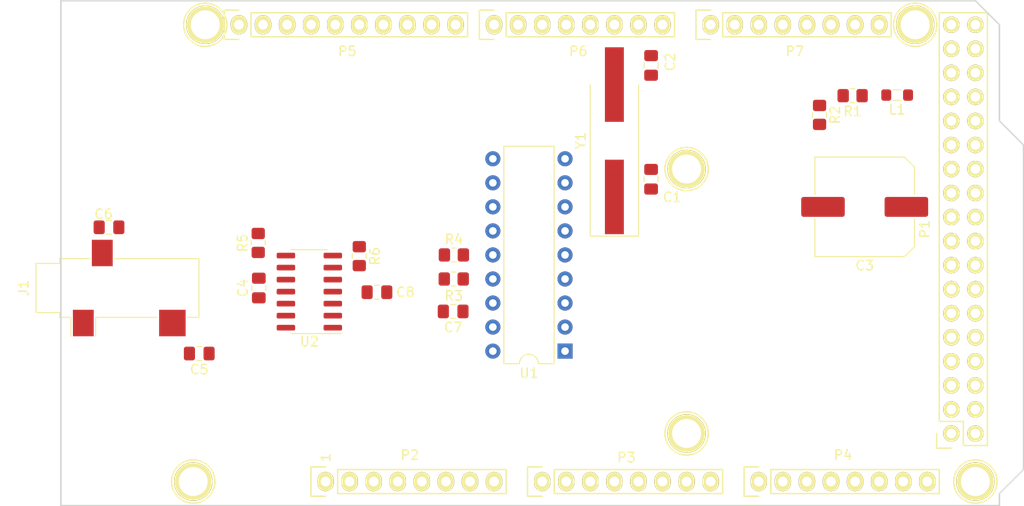
<source format=kicad_pcb>
(kicad_pcb (version 20171130) (host pcbnew "(5.1.8)-1")

  (general
    (thickness 1.6)
    (drawings 27)
    (tracks 0)
    (zones 0)
    (modules 32)
    (nets 29)
  )

  (page A4)
  (title_block
    (date "mar. 31 mars 2015")
  )

  (layers
    (0 F.Cu signal)
    (31 B.Cu signal)
    (32 B.Adhes user)
    (33 F.Adhes user)
    (34 B.Paste user)
    (35 F.Paste user)
    (36 B.SilkS user)
    (37 F.SilkS user)
    (38 B.Mask user)
    (39 F.Mask user)
    (40 Dwgs.User user)
    (41 Cmts.User user)
    (42 Eco1.User user)
    (43 Eco2.User user)
    (44 Edge.Cuts user)
    (45 Margin user)
    (46 B.CrtYd user)
    (47 F.CrtYd user)
    (48 B.Fab user)
    (49 F.Fab user)
  )

  (setup
    (last_trace_width 0.25)
    (trace_clearance 0.2)
    (zone_clearance 0.508)
    (zone_45_only no)
    (trace_min 0.2)
    (via_size 0.6)
    (via_drill 0.4)
    (via_min_size 0.4)
    (via_min_drill 0.3)
    (uvia_size 0.3)
    (uvia_drill 0.1)
    (uvias_allowed no)
    (uvia_min_size 0.2)
    (uvia_min_drill 0.1)
    (edge_width 0.15)
    (segment_width 0.15)
    (pcb_text_width 0.3)
    (pcb_text_size 1.5 1.5)
    (mod_edge_width 0.15)
    (mod_text_size 1 1)
    (mod_text_width 0.15)
    (pad_size 4.064 4.064)
    (pad_drill 3.048)
    (pad_to_mask_clearance 0)
    (aux_axis_origin 103.378 121.666)
    (visible_elements 7FFFFFFF)
    (pcbplotparams
      (layerselection 0x00030_80000001)
      (usegerberextensions false)
      (usegerberattributes true)
      (usegerberadvancedattributes true)
      (creategerberjobfile true)
      (excludeedgelayer true)
      (linewidth 0.100000)
      (plotframeref false)
      (viasonmask false)
      (mode 1)
      (useauxorigin false)
      (hpglpennumber 1)
      (hpglpenspeed 20)
      (hpglpendiameter 15.000000)
      (psnegative false)
      (psa4output false)
      (plotreference true)
      (plotvalue true)
      (plotinvisibletext false)
      (padsonsilk false)
      (subtractmaskfromsilk false)
      (outputformat 1)
      (mirror false)
      (drillshape 1)
      (scaleselection 1)
      (outputdirectory ""))
  )

  (net 0 "")
  (net 1 GND)
  (net 2 +5V)
  (net 3 /A0)
  (net 4 "Net-(C1-Pad1)")
  (net 5 "Net-(C2-Pad1)")
  (net 6 "Net-(C3-Pad1)")
  (net 7 "Net-(C4-Pad2)")
  (net 8 "Net-(C5-Pad2)")
  (net 9 "Net-(C5-Pad1)")
  (net 10 "Net-(C6-Pad2)")
  (net 11 "Net-(C6-Pad1)")
  (net 12 /~CS)
  (net 13 /~IC)
  (net 14 /~WE)
  (net 15 /D0)
  (net 16 /D1)
  (net 17 /D2)
  (net 18 /D3)
  (net 19 /D4)
  (net 20 /D5)
  (net 21 /D6)
  (net 22 /D7)
  (net 23 VREG)
  (net 24 "Net-(R3-Pad2)")
  (net 25 "Net-(R3-Pad1)")
  (net 26 "Net-(R4-Pad2)")
  (net 27 "Net-(R5-Pad2)")
  (net 28 "Net-(U2-Pad13)")

  (net_class Default "This is the default net class."
    (clearance 0.2)
    (trace_width 0.25)
    (via_dia 0.6)
    (via_drill 0.4)
    (uvia_dia 0.3)
    (uvia_drill 0.1)
    (add_net +3V3)
    (add_net +5V)
    (add_net "/0(Rx0)")
    (add_net "/1(Tx0)")
    (add_net "/10(**)")
    (add_net "/11(**)")
    (add_net "/12(**)")
    (add_net "/13(**)")
    (add_net "/14(Tx3)")
    (add_net "/15(Rx3)")
    (add_net "/16(Tx2)")
    (add_net "/17(Rx2)")
    (add_net "/18(Tx1)")
    (add_net "/19(Rx1)")
    (add_net "/2(**)")
    (add_net "/20(SDA)")
    (add_net "/21(SCL)")
    (add_net /22)
    (add_net /23)
    (add_net /24)
    (add_net /25)
    (add_net /26)
    (add_net /27)
    (add_net /28)
    (add_net /29)
    (add_net "/3(**)")
    (add_net /30)
    (add_net /31)
    (add_net /32)
    (add_net /33)
    (add_net /34)
    (add_net /35)
    (add_net /36)
    (add_net /37)
    (add_net /38)
    (add_net /39)
    (add_net "/4(**)")
    (add_net /40)
    (add_net /41)
    (add_net /42)
    (add_net /43)
    (add_net /44)
    (add_net /45)
    (add_net /46)
    (add_net /47)
    (add_net /48)
    (add_net /49)
    (add_net "/5(**)")
    (add_net "/50(MISO)")
    (add_net "/51(MOSI)")
    (add_net "/52(SCK)")
    (add_net "/53(SS)")
    (add_net "/6(**)")
    (add_net "/7(**)")
    (add_net "/8(**)")
    (add_net "/9(**)")
    (add_net /A0)
    (add_net /AREF)
    (add_net /D0)
    (add_net /D1)
    (add_net /D2)
    (add_net /D3)
    (add_net /D4)
    (add_net /D5)
    (add_net /D6)
    (add_net /D7)
    (add_net /IOREF)
    (add_net /Reset)
    (add_net /SCL)
    (add_net /SDA)
    (add_net /Vin)
    (add_net /~CS)
    (add_net /~IC)
    (add_net /~WE)
    (add_net GND)
    (add_net "Net-(C1-Pad1)")
    (add_net "Net-(C2-Pad1)")
    (add_net "Net-(C3-Pad1)")
    (add_net "Net-(C4-Pad2)")
    (add_net "Net-(C5-Pad1)")
    (add_net "Net-(C5-Pad2)")
    (add_net "Net-(C6-Pad1)")
    (add_net "Net-(C6-Pad2)")
    (add_net "Net-(P10-Pad1)")
    (add_net "Net-(P11-Pad1)")
    (add_net "Net-(P12-Pad1)")
    (add_net "Net-(P13-Pad1)")
    (add_net "Net-(P2-Pad1)")
    (add_net "Net-(P3-Pad5)")
    (add_net "Net-(P3-Pad6)")
    (add_net "Net-(P3-Pad7)")
    (add_net "Net-(P3-Pad8)")
    (add_net "Net-(P8-Pad1)")
    (add_net "Net-(P9-Pad1)")
    (add_net "Net-(R3-Pad1)")
    (add_net "Net-(R3-Pad2)")
    (add_net "Net-(R4-Pad2)")
    (add_net "Net-(R5-Pad2)")
    (add_net "Net-(U2-Pad13)")
    (add_net VREG)
  )

  (module Resistor_SMD:R_0805_2012Metric_Pad1.20x1.40mm_HandSolder (layer F.Cu) (tedit 5F68FEEE) (tstamp 5FDD70C7)
    (at 134.874 95.3135 270)
    (descr "Resistor SMD 0805 (2012 Metric), square (rectangular) end terminal, IPC_7351 nominal with elongated pad for handsoldering. (Body size source: IPC-SM-782 page 72, https://www.pcb-3d.com/wordpress/wp-content/uploads/ipc-sm-782a_amendment_1_and_2.pdf), generated with kicad-footprint-generator")
    (tags "resistor handsolder")
    (path /5FE0C91C)
    (attr smd)
    (fp_text reference R6 (at 0 -1.65 90) (layer F.SilkS)
      (effects (font (size 1 1) (thickness 0.15)))
    )
    (fp_text value 2.2k (at 0 1.65 90) (layer F.Fab)
      (effects (font (size 1 1) (thickness 0.15)))
    )
    (fp_text user %R (at 0 0 90) (layer F.Fab)
      (effects (font (size 0.5 0.5) (thickness 0.08)))
    )
    (fp_line (start -1 0.625) (end -1 -0.625) (layer F.Fab) (width 0.1))
    (fp_line (start -1 -0.625) (end 1 -0.625) (layer F.Fab) (width 0.1))
    (fp_line (start 1 -0.625) (end 1 0.625) (layer F.Fab) (width 0.1))
    (fp_line (start 1 0.625) (end -1 0.625) (layer F.Fab) (width 0.1))
    (fp_line (start -0.227064 -0.735) (end 0.227064 -0.735) (layer F.SilkS) (width 0.12))
    (fp_line (start -0.227064 0.735) (end 0.227064 0.735) (layer F.SilkS) (width 0.12))
    (fp_line (start -1.85 0.95) (end -1.85 -0.95) (layer F.CrtYd) (width 0.05))
    (fp_line (start -1.85 -0.95) (end 1.85 -0.95) (layer F.CrtYd) (width 0.05))
    (fp_line (start 1.85 -0.95) (end 1.85 0.95) (layer F.CrtYd) (width 0.05))
    (fp_line (start 1.85 0.95) (end -1.85 0.95) (layer F.CrtYd) (width 0.05))
    (pad 2 smd roundrect (at 1 0 270) (size 1.2 1.4) (layers F.Cu F.Paste F.Mask) (roundrect_rratio 0.208333)
      (net 25 "Net-(R3-Pad1)"))
    (pad 1 smd roundrect (at -1 0 270) (size 1.2 1.4) (layers F.Cu F.Paste F.Mask) (roundrect_rratio 0.208333)
      (net 27 "Net-(R5-Pad2)"))
    (model ${KISYS3DMOD}/Resistor_SMD.3dshapes/R_0805_2012Metric.wrl
      (at (xyz 0 0 0))
      (scale (xyz 1 1 1))
      (rotate (xyz 0 0 0))
    )
  )

  (module Connector_Audio:Jack_3.5mm_CUI_SJ-3523-SMT_Horizontal (layer F.Cu) (tedit 5C635420) (tstamp 5FDD0EBD)
    (at 109.347 98.679 90)
    (descr "3.5 mm, Stereo, Right Angle, Surface Mount (SMT), Audio Jack Connector (https://www.cui.com/product/resource/sj-352x-smt-series.pdf)")
    (tags "3.5mm audio cui horizontal jack stereo")
    (path /5FE4A7C2)
    (attr smd)
    (fp_text reference J1 (at 0 -9.9 90) (layer F.SilkS)
      (effects (font (size 1 1) (thickness 0.15)))
    )
    (fp_text value AudioJack3 (at 0 10.35 90) (layer F.Fab)
      (effects (font (size 1 1) (thickness 0.15)))
    )
    (fp_text user %R (at 0 0 90) (layer F.Fab)
      (effects (font (size 1 1) (thickness 0.15)))
    )
    (fp_line (start 3 -6) (end 3 8.5) (layer F.Fab) (width 0.1))
    (fp_line (start 3 8.5) (end -3 8.5) (layer F.Fab) (width 0.1))
    (fp_line (start -3 8.5) (end -3 -6) (layer F.Fab) (width 0.1))
    (fp_line (start -3 -6) (end -2.5 -6) (layer F.Fab) (width 0.1))
    (fp_line (start -2.5 -6) (end -2.5 -8.5) (layer F.Fab) (width 0.1))
    (fp_line (start -2.5 -8.5) (end 2.5 -8.5) (layer F.Fab) (width 0.1))
    (fp_line (start 2.5 -8.5) (end 2.5 -6) (layer F.Fab) (width 0.1))
    (fp_line (start 2.5 -6) (end 3 -6) (layer F.Fab) (width 0.1))
    (fp_line (start 5.6 -9) (end 5.6 9) (layer F.CrtYd) (width 0.05))
    (fp_line (start 5.6 9) (end -5.6 9) (layer F.CrtYd) (width 0.05))
    (fp_line (start -5.6 9) (end -5.6 -9) (layer F.CrtYd) (width 0.05))
    (fp_line (start -5.6 -9) (end 5.6 -9) (layer F.CrtYd) (width 0.05))
    (fp_line (start -3.1 -4.9) (end -3.1 -6.1) (layer F.SilkS) (width 0.12))
    (fp_line (start -3.1 -6.1) (end -2.6 -6.1) (layer F.SilkS) (width 0.12))
    (fp_line (start -2.6 -6.1) (end -2.6 -8.6) (layer F.SilkS) (width 0.12))
    (fp_line (start -2.6 -8.6) (end 2.6 -8.6) (layer F.SilkS) (width 0.12))
    (fp_line (start 2.6 -8.6) (end 2.6 -6.1) (layer F.SilkS) (width 0.12))
    (fp_line (start 2.6 -6.1) (end 3.1 -6.1) (layer F.SilkS) (width 0.12))
    (fp_line (start 3.1 -6.1) (end 3.1 -2.9) (layer F.SilkS) (width 0.12))
    (fp_line (start 3.1 -0.3) (end 3.1 8.6) (layer F.SilkS) (width 0.12))
    (fp_line (start 3.1 8.6) (end -3.1 8.6) (layer F.SilkS) (width 0.12))
    (fp_line (start -3.1 8.6) (end -3.1 7.4) (layer F.SilkS) (width 0.12))
    (fp_line (start -3.1 4.2) (end -3.1 -2.3) (layer F.SilkS) (width 0.12))
    (fp_line (start -3.1 -4.9) (end -5.1 -4.9) (layer F.SilkS) (width 0.12))
    (fp_line (start -3.1 -2.3) (end -5.1 -2.3) (layer F.SilkS) (width 0.12))
    (pad "" np_thru_hole circle (at 0 4.5 90) (size 1.7 1.7) (drill 1.7) (layers *.Cu *.Mask))
    (pad "" np_thru_hole circle (at 0 -2.5 90) (size 1.7 1.7) (drill 1.7) (layers *.Cu *.Mask))
    (pad T smd rect (at -3.7 5.8 90) (size 2.8 2.8) (layers F.Cu F.Paste F.Mask)
      (net 8 "Net-(C5-Pad2)"))
    (pad S smd rect (at -3.7 -3.6 90) (size 2.8 2.2) (layers F.Cu F.Paste F.Mask)
      (net 1 GND))
    (pad R smd rect (at 3.7 -1.6 90) (size 2.8 2.2) (layers F.Cu F.Paste F.Mask)
      (net 10 "Net-(C6-Pad2)"))
    (model ${KISYS3DMOD}/Connector_Audio.3dshapes/Jack_3.5mm_CUI_SJ-3523-SMT_Horizontal.wrl
      (at (xyz 0 0 0))
      (scale (xyz 1 1 1))
      (rotate (xyz 0 0 0))
    )
  )

  (module Crystal:Crystal_SMD_HC49-SD_HandSoldering (layer F.Cu) (tedit 5A1AD52C) (tstamp 5FDD0680)
    (at 161.798 83.1215 90)
    (descr "SMD Crystal HC-49-SD http://cdn-reichelt.de/documents/datenblatt/B400/xxx-HC49-SMD.pdf, hand-soldering, 11.4x4.7mm^2 package")
    (tags "SMD SMT crystal hand-soldering")
    (path /5FD9EE34)
    (attr smd)
    (fp_text reference Y1 (at 0 -3.55 90) (layer F.SilkS)
      (effects (font (size 1 1) (thickness 0.15)))
    )
    (fp_text value 3.57MHz (at 0 3.55 90) (layer F.Fab)
      (effects (font (size 1 1) (thickness 0.15)))
    )
    (fp_arc (start 3.015 0) (end 3.015 -2.115) (angle 180) (layer F.Fab) (width 0.1))
    (fp_arc (start -3.015 0) (end -3.015 -2.115) (angle -180) (layer F.Fab) (width 0.1))
    (fp_text user %R (at 0 0 90) (layer F.Fab)
      (effects (font (size 1 1) (thickness 0.15)))
    )
    (fp_line (start -5.7 -2.35) (end -5.7 2.35) (layer F.Fab) (width 0.1))
    (fp_line (start -5.7 2.35) (end 5.7 2.35) (layer F.Fab) (width 0.1))
    (fp_line (start 5.7 2.35) (end 5.7 -2.35) (layer F.Fab) (width 0.1))
    (fp_line (start 5.7 -2.35) (end -5.7 -2.35) (layer F.Fab) (width 0.1))
    (fp_line (start -3.015 -2.115) (end 3.015 -2.115) (layer F.Fab) (width 0.1))
    (fp_line (start -3.015 2.115) (end 3.015 2.115) (layer F.Fab) (width 0.1))
    (fp_line (start 5.9 -2.55) (end -10.075 -2.55) (layer F.SilkS) (width 0.12))
    (fp_line (start -10.075 -2.55) (end -10.075 2.55) (layer F.SilkS) (width 0.12))
    (fp_line (start -10.075 2.55) (end 5.9 2.55) (layer F.SilkS) (width 0.12))
    (fp_line (start -10.2 -2.6) (end -10.2 2.6) (layer F.CrtYd) (width 0.05))
    (fp_line (start -10.2 2.6) (end 10.2 2.6) (layer F.CrtYd) (width 0.05))
    (fp_line (start 10.2 2.6) (end 10.2 -2.6) (layer F.CrtYd) (width 0.05))
    (fp_line (start 10.2 -2.6) (end -10.2 -2.6) (layer F.CrtYd) (width 0.05))
    (pad 2 smd rect (at 5.9375 0 90) (size 7.875 2) (layers F.Cu F.Paste F.Mask)
      (net 5 "Net-(C2-Pad1)"))
    (pad 1 smd rect (at -5.9375 0 90) (size 7.875 2) (layers F.Cu F.Paste F.Mask)
      (net 4 "Net-(C1-Pad1)"))
    (model ${KISYS3DMOD}/Crystal.3dshapes/Crystal_SMD_HC49-SD.wrl
      (at (xyz 0 0 0))
      (scale (xyz 1 1 1))
      (rotate (xyz 0 0 0))
    )
  )

  (module Package_SO:SOIC-14_3.9x8.7mm_P1.27mm (layer F.Cu) (tedit 5D9F72B1) (tstamp 5FDD066A)
    (at 129.6035 99.06 180)
    (descr "SOIC, 14 Pin (JEDEC MS-012AB, https://www.analog.com/media/en/package-pcb-resources/package/pkg_pdf/soic_narrow-r/r_14.pdf), generated with kicad-footprint-generator ipc_gullwing_generator.py")
    (tags "SOIC SO")
    (path /5FD49E50)
    (attr smd)
    (fp_text reference U2 (at 0 -5.28) (layer F.SilkS)
      (effects (font (size 1 1) (thickness 0.15)))
    )
    (fp_text value LMC660 (at 0 5.28) (layer F.Fab)
      (effects (font (size 1 1) (thickness 0.15)))
    )
    (fp_text user %R (at 0 0) (layer F.Fab)
      (effects (font (size 0.98 0.98) (thickness 0.15)))
    )
    (fp_line (start 0 4.435) (end 1.95 4.435) (layer F.SilkS) (width 0.12))
    (fp_line (start 0 4.435) (end -1.95 4.435) (layer F.SilkS) (width 0.12))
    (fp_line (start 0 -4.435) (end 1.95 -4.435) (layer F.SilkS) (width 0.12))
    (fp_line (start 0 -4.435) (end -3.45 -4.435) (layer F.SilkS) (width 0.12))
    (fp_line (start -0.975 -4.325) (end 1.95 -4.325) (layer F.Fab) (width 0.1))
    (fp_line (start 1.95 -4.325) (end 1.95 4.325) (layer F.Fab) (width 0.1))
    (fp_line (start 1.95 4.325) (end -1.95 4.325) (layer F.Fab) (width 0.1))
    (fp_line (start -1.95 4.325) (end -1.95 -3.35) (layer F.Fab) (width 0.1))
    (fp_line (start -1.95 -3.35) (end -0.975 -4.325) (layer F.Fab) (width 0.1))
    (fp_line (start -3.7 -4.58) (end -3.7 4.58) (layer F.CrtYd) (width 0.05))
    (fp_line (start -3.7 4.58) (end 3.7 4.58) (layer F.CrtYd) (width 0.05))
    (fp_line (start 3.7 4.58) (end 3.7 -4.58) (layer F.CrtYd) (width 0.05))
    (fp_line (start 3.7 -4.58) (end -3.7 -4.58) (layer F.CrtYd) (width 0.05))
    (pad 14 smd roundrect (at 2.475 -3.81 180) (size 1.95 0.6) (layers F.Cu F.Paste F.Mask) (roundrect_rratio 0.25)
      (net 28 "Net-(U2-Pad13)"))
    (pad 13 smd roundrect (at 2.475 -2.54 180) (size 1.95 0.6) (layers F.Cu F.Paste F.Mask) (roundrect_rratio 0.25)
      (net 28 "Net-(U2-Pad13)"))
    (pad 12 smd roundrect (at 2.475 -1.27 180) (size 1.95 0.6) (layers F.Cu F.Paste F.Mask) (roundrect_rratio 0.25)
      (net 23 VREG))
    (pad 11 smd roundrect (at 2.475 0 180) (size 1.95 0.6) (layers F.Cu F.Paste F.Mask) (roundrect_rratio 0.25)
      (net 1 GND))
    (pad 10 smd roundrect (at 2.475 1.27 180) (size 1.95 0.6) (layers F.Cu F.Paste F.Mask) (roundrect_rratio 0.25)
      (net 7 "Net-(C4-Pad2)"))
    (pad 9 smd roundrect (at 2.475 2.54 180) (size 1.95 0.6) (layers F.Cu F.Paste F.Mask) (roundrect_rratio 0.25)
      (net 11 "Net-(C6-Pad1)"))
    (pad 8 smd roundrect (at 2.475 3.81 180) (size 1.95 0.6) (layers F.Cu F.Paste F.Mask) (roundrect_rratio 0.25)
      (net 11 "Net-(C6-Pad1)"))
    (pad 7 smd roundrect (at -2.475 3.81 180) (size 1.95 0.6) (layers F.Cu F.Paste F.Mask) (roundrect_rratio 0.25)
      (net 27 "Net-(R5-Pad2)"))
    (pad 6 smd roundrect (at -2.475 2.54 180) (size 1.95 0.6) (layers F.Cu F.Paste F.Mask) (roundrect_rratio 0.25)
      (net 25 "Net-(R3-Pad1)"))
    (pad 5 smd roundrect (at -2.475 1.27 180) (size 1.95 0.6) (layers F.Cu F.Paste F.Mask) (roundrect_rratio 0.25)
      (net 28 "Net-(U2-Pad13)"))
    (pad 4 smd roundrect (at -2.475 0 180) (size 1.95 0.6) (layers F.Cu F.Paste F.Mask) (roundrect_rratio 0.25)
      (net 2 +5V))
    (pad 3 smd roundrect (at -2.475 -1.27 180) (size 1.95 0.6) (layers F.Cu F.Paste F.Mask) (roundrect_rratio 0.25)
      (net 7 "Net-(C4-Pad2)"))
    (pad 2 smd roundrect (at -2.475 -2.54 180) (size 1.95 0.6) (layers F.Cu F.Paste F.Mask) (roundrect_rratio 0.25)
      (net 9 "Net-(C5-Pad1)"))
    (pad 1 smd roundrect (at -2.475 -3.81 180) (size 1.95 0.6) (layers F.Cu F.Paste F.Mask) (roundrect_rratio 0.25)
      (net 9 "Net-(C5-Pad1)"))
    (model ${KISYS3DMOD}/Package_SO.3dshapes/SOIC-14_3.9x8.7mm_P1.27mm.wrl
      (at (xyz 0 0 0))
      (scale (xyz 1 1 1))
      (rotate (xyz 0 0 0))
    )
  )

  (module Package_DIP:DIP-18_W7.62mm (layer F.Cu) (tedit 5A02E8C5) (tstamp 5FDD064A)
    (at 156.591 105.3465 180)
    (descr "18-lead though-hole mounted DIP package, row spacing 7.62 mm (300 mils)")
    (tags "THT DIP DIL PDIP 2.54mm 7.62mm 300mil")
    (path /5FD4E91E)
    (fp_text reference U1 (at 3.81 -2.33) (layer F.SilkS)
      (effects (font (size 1 1) (thickness 0.15)))
    )
    (fp_text value YM2413B (at 3.81 22.65) (layer F.Fab)
      (effects (font (size 1 1) (thickness 0.15)))
    )
    (fp_text user %R (at 3.81 10.16) (layer F.Fab)
      (effects (font (size 1 1) (thickness 0.15)))
    )
    (fp_arc (start 3.81 -1.33) (end 2.81 -1.33) (angle -180) (layer F.SilkS) (width 0.12))
    (fp_line (start 1.635 -1.27) (end 6.985 -1.27) (layer F.Fab) (width 0.1))
    (fp_line (start 6.985 -1.27) (end 6.985 21.59) (layer F.Fab) (width 0.1))
    (fp_line (start 6.985 21.59) (end 0.635 21.59) (layer F.Fab) (width 0.1))
    (fp_line (start 0.635 21.59) (end 0.635 -0.27) (layer F.Fab) (width 0.1))
    (fp_line (start 0.635 -0.27) (end 1.635 -1.27) (layer F.Fab) (width 0.1))
    (fp_line (start 2.81 -1.33) (end 1.16 -1.33) (layer F.SilkS) (width 0.12))
    (fp_line (start 1.16 -1.33) (end 1.16 21.65) (layer F.SilkS) (width 0.12))
    (fp_line (start 1.16 21.65) (end 6.46 21.65) (layer F.SilkS) (width 0.12))
    (fp_line (start 6.46 21.65) (end 6.46 -1.33) (layer F.SilkS) (width 0.12))
    (fp_line (start 6.46 -1.33) (end 4.81 -1.33) (layer F.SilkS) (width 0.12))
    (fp_line (start -1.1 -1.55) (end -1.1 21.85) (layer F.CrtYd) (width 0.05))
    (fp_line (start -1.1 21.85) (end 8.7 21.85) (layer F.CrtYd) (width 0.05))
    (fp_line (start 8.7 21.85) (end 8.7 -1.55) (layer F.CrtYd) (width 0.05))
    (fp_line (start 8.7 -1.55) (end -1.1 -1.55) (layer F.CrtYd) (width 0.05))
    (pad 18 thru_hole oval (at 7.62 0 180) (size 1.6 1.6) (drill 0.8) (layers *.Cu *.Mask)
      (net 16 /D1))
    (pad 9 thru_hole oval (at 0 20.32 180) (size 1.6 1.6) (drill 0.8) (layers *.Cu *.Mask)
      (net 5 "Net-(C2-Pad1)"))
    (pad 17 thru_hole oval (at 7.62 2.54 180) (size 1.6 1.6) (drill 0.8) (layers *.Cu *.Mask)
      (net 15 /D0))
    (pad 8 thru_hole oval (at 0 17.78 180) (size 1.6 1.6) (drill 0.8) (layers *.Cu *.Mask)
      (net 4 "Net-(C1-Pad1)"))
    (pad 16 thru_hole oval (at 7.62 5.08 180) (size 1.6 1.6) (drill 0.8) (layers *.Cu *.Mask)
      (net 2 +5V))
    (pad 7 thru_hole oval (at 0 15.24 180) (size 1.6 1.6) (drill 0.8) (layers *.Cu *.Mask)
      (net 22 /D7))
    (pad 15 thru_hole oval (at 7.62 7.62 180) (size 1.6 1.6) (drill 0.8) (layers *.Cu *.Mask)
      (net 24 "Net-(R3-Pad2)"))
    (pad 6 thru_hole oval (at 0 12.7 180) (size 1.6 1.6) (drill 0.8) (layers *.Cu *.Mask)
      (net 21 /D6))
    (pad 14 thru_hole oval (at 7.62 10.16 180) (size 1.6 1.6) (drill 0.8) (layers *.Cu *.Mask)
      (net 26 "Net-(R4-Pad2)"))
    (pad 5 thru_hole oval (at 0 10.16 180) (size 1.6 1.6) (drill 0.8) (layers *.Cu *.Mask)
      (net 20 /D5))
    (pad 13 thru_hole oval (at 7.62 12.7 180) (size 1.6 1.6) (drill 0.8) (layers *.Cu *.Mask)
      (net 13 /~IC))
    (pad 4 thru_hole oval (at 0 7.62 180) (size 1.6 1.6) (drill 0.8) (layers *.Cu *.Mask)
      (net 19 /D4))
    (pad 12 thru_hole oval (at 7.62 15.24 180) (size 1.6 1.6) (drill 0.8) (layers *.Cu *.Mask)
      (net 12 /~CS))
    (pad 3 thru_hole oval (at 0 5.08 180) (size 1.6 1.6) (drill 0.8) (layers *.Cu *.Mask)
      (net 18 /D3))
    (pad 11 thru_hole oval (at 7.62 17.78 180) (size 1.6 1.6) (drill 0.8) (layers *.Cu *.Mask)
      (net 14 /~WE))
    (pad 2 thru_hole oval (at 0 2.54 180) (size 1.6 1.6) (drill 0.8) (layers *.Cu *.Mask)
      (net 17 /D2))
    (pad 10 thru_hole oval (at 7.62 20.32 180) (size 1.6 1.6) (drill 0.8) (layers *.Cu *.Mask)
      (net 3 /A0))
    (pad 1 thru_hole rect (at 0 0 180) (size 1.6 1.6) (drill 0.8) (layers *.Cu *.Mask)
      (net 1 GND))
    (model ${KISYS3DMOD}/Package_DIP.3dshapes/DIP-18_W7.62mm.wrl
      (at (xyz 0 0 0))
      (scale (xyz 1 1 1))
      (rotate (xyz 0 0 0))
    )
  )

  (module Resistor_SMD:R_0805_2012Metric_Pad1.20x1.40mm_HandSolder (layer F.Cu) (tedit 5F68FEEE) (tstamp 5FDD0624)
    (at 124.206 93.9165 90)
    (descr "Resistor SMD 0805 (2012 Metric), square (rectangular) end terminal, IPC_7351 nominal with elongated pad for handsoldering. (Body size source: IPC-SM-782 page 72, https://www.pcb-3d.com/wordpress/wp-content/uploads/ipc-sm-782a_amendment_1_and_2.pdf), generated with kicad-footprint-generator")
    (tags "resistor handsolder")
    (path /5FDDA18A)
    (attr smd)
    (fp_text reference R5 (at 0 -1.65 90) (layer F.SilkS)
      (effects (font (size 1 1) (thickness 0.15)))
    )
    (fp_text value 4k7 (at 0 1.65 90) (layer F.Fab)
      (effects (font (size 1 1) (thickness 0.15)))
    )
    (fp_text user %R (at 0 0 90) (layer F.Fab)
      (effects (font (size 0.5 0.5) (thickness 0.08)))
    )
    (fp_line (start -1 0.625) (end -1 -0.625) (layer F.Fab) (width 0.1))
    (fp_line (start -1 -0.625) (end 1 -0.625) (layer F.Fab) (width 0.1))
    (fp_line (start 1 -0.625) (end 1 0.625) (layer F.Fab) (width 0.1))
    (fp_line (start 1 0.625) (end -1 0.625) (layer F.Fab) (width 0.1))
    (fp_line (start -0.227064 -0.735) (end 0.227064 -0.735) (layer F.SilkS) (width 0.12))
    (fp_line (start -0.227064 0.735) (end 0.227064 0.735) (layer F.SilkS) (width 0.12))
    (fp_line (start -1.85 0.95) (end -1.85 -0.95) (layer F.CrtYd) (width 0.05))
    (fp_line (start -1.85 -0.95) (end 1.85 -0.95) (layer F.CrtYd) (width 0.05))
    (fp_line (start 1.85 -0.95) (end 1.85 0.95) (layer F.CrtYd) (width 0.05))
    (fp_line (start 1.85 0.95) (end -1.85 0.95) (layer F.CrtYd) (width 0.05))
    (pad 2 smd roundrect (at 1 0 90) (size 1.2 1.4) (layers F.Cu F.Paste F.Mask) (roundrect_rratio 0.208333)
      (net 27 "Net-(R5-Pad2)"))
    (pad 1 smd roundrect (at -1 0 90) (size 1.2 1.4) (layers F.Cu F.Paste F.Mask) (roundrect_rratio 0.208333)
      (net 7 "Net-(C4-Pad2)"))
    (model ${KISYS3DMOD}/Resistor_SMD.3dshapes/R_0805_2012Metric.wrl
      (at (xyz 0 0 0))
      (scale (xyz 1 1 1))
      (rotate (xyz 0 0 0))
    )
  )

  (module Resistor_SMD:R_0805_2012Metric_Pad1.20x1.40mm_HandSolder (layer F.Cu) (tedit 5F68FEEE) (tstamp 5FDD0613)
    (at 144.8595 95.1865)
    (descr "Resistor SMD 0805 (2012 Metric), square (rectangular) end terminal, IPC_7351 nominal with elongated pad for handsoldering. (Body size source: IPC-SM-782 page 72, https://www.pcb-3d.com/wordpress/wp-content/uploads/ipc-sm-782a_amendment_1_and_2.pdf), generated with kicad-footprint-generator")
    (tags "resistor handsolder")
    (path /5FDC1B5C)
    (attr smd)
    (fp_text reference R4 (at 0 -1.65) (layer F.SilkS)
      (effects (font (size 1 1) (thickness 0.15)))
    )
    (fp_text value 2.2k (at -4.461 2.7305) (layer F.Fab)
      (effects (font (size 1 1) (thickness 0.15)))
    )
    (fp_text user %R (at 0 0) (layer F.Fab)
      (effects (font (size 0.5 0.5) (thickness 0.08)))
    )
    (fp_line (start -1 0.625) (end -1 -0.625) (layer F.Fab) (width 0.1))
    (fp_line (start -1 -0.625) (end 1 -0.625) (layer F.Fab) (width 0.1))
    (fp_line (start 1 -0.625) (end 1 0.625) (layer F.Fab) (width 0.1))
    (fp_line (start 1 0.625) (end -1 0.625) (layer F.Fab) (width 0.1))
    (fp_line (start -0.227064 -0.735) (end 0.227064 -0.735) (layer F.SilkS) (width 0.12))
    (fp_line (start -0.227064 0.735) (end 0.227064 0.735) (layer F.SilkS) (width 0.12))
    (fp_line (start -1.85 0.95) (end -1.85 -0.95) (layer F.CrtYd) (width 0.05))
    (fp_line (start -1.85 -0.95) (end 1.85 -0.95) (layer F.CrtYd) (width 0.05))
    (fp_line (start 1.85 -0.95) (end 1.85 0.95) (layer F.CrtYd) (width 0.05))
    (fp_line (start 1.85 0.95) (end -1.85 0.95) (layer F.CrtYd) (width 0.05))
    (pad 2 smd roundrect (at 1 0) (size 1.2 1.4) (layers F.Cu F.Paste F.Mask) (roundrect_rratio 0.208333)
      (net 26 "Net-(R4-Pad2)"))
    (pad 1 smd roundrect (at -1 0) (size 1.2 1.4) (layers F.Cu F.Paste F.Mask) (roundrect_rratio 0.208333)
      (net 25 "Net-(R3-Pad1)"))
    (model ${KISYS3DMOD}/Resistor_SMD.3dshapes/R_0805_2012Metric.wrl
      (at (xyz 0 0 0))
      (scale (xyz 1 1 1))
      (rotate (xyz 0 0 0))
    )
  )

  (module Resistor_SMD:R_0805_2012Metric_Pad1.20x1.40mm_HandSolder (layer F.Cu) (tedit 5F68FEEE) (tstamp 5FDD0602)
    (at 144.8435 97.7265)
    (descr "Resistor SMD 0805 (2012 Metric), square (rectangular) end terminal, IPC_7351 nominal with elongated pad for handsoldering. (Body size source: IPC-SM-782 page 72, https://www.pcb-3d.com/wordpress/wp-content/uploads/ipc-sm-782a_amendment_1_and_2.pdf), generated with kicad-footprint-generator")
    (tags "resistor handsolder")
    (path /5FDC297E)
    (attr smd)
    (fp_text reference R3 (at 0 1.778) (layer F.SilkS)
      (effects (font (size 1 1) (thickness 0.15)))
    )
    (fp_text value 2.2k (at 0 1.65) (layer F.Fab)
      (effects (font (size 1 1) (thickness 0.15)))
    )
    (fp_text user %R (at 0 0) (layer F.Fab)
      (effects (font (size 0.5 0.5) (thickness 0.08)))
    )
    (fp_line (start -1 0.625) (end -1 -0.625) (layer F.Fab) (width 0.1))
    (fp_line (start -1 -0.625) (end 1 -0.625) (layer F.Fab) (width 0.1))
    (fp_line (start 1 -0.625) (end 1 0.625) (layer F.Fab) (width 0.1))
    (fp_line (start 1 0.625) (end -1 0.625) (layer F.Fab) (width 0.1))
    (fp_line (start -0.227064 -0.735) (end 0.227064 -0.735) (layer F.SilkS) (width 0.12))
    (fp_line (start -0.227064 0.735) (end 0.227064 0.735) (layer F.SilkS) (width 0.12))
    (fp_line (start -1.85 0.95) (end -1.85 -0.95) (layer F.CrtYd) (width 0.05))
    (fp_line (start -1.85 -0.95) (end 1.85 -0.95) (layer F.CrtYd) (width 0.05))
    (fp_line (start 1.85 -0.95) (end 1.85 0.95) (layer F.CrtYd) (width 0.05))
    (fp_line (start 1.85 0.95) (end -1.85 0.95) (layer F.CrtYd) (width 0.05))
    (pad 2 smd roundrect (at 1 0) (size 1.2 1.4) (layers F.Cu F.Paste F.Mask) (roundrect_rratio 0.208333)
      (net 24 "Net-(R3-Pad2)"))
    (pad 1 smd roundrect (at -1 0) (size 1.2 1.4) (layers F.Cu F.Paste F.Mask) (roundrect_rratio 0.208333)
      (net 25 "Net-(R3-Pad1)"))
    (model ${KISYS3DMOD}/Resistor_SMD.3dshapes/R_0805_2012Metric.wrl
      (at (xyz 0 0 0))
      (scale (xyz 1 1 1))
      (rotate (xyz 0 0 0))
    )
  )

  (module Resistor_SMD:R_0805_2012Metric_Pad1.20x1.40mm_HandSolder (layer F.Cu) (tedit 5F68FEEE) (tstamp 5FDD05F1)
    (at 183.4515 80.391 270)
    (descr "Resistor SMD 0805 (2012 Metric), square (rectangular) end terminal, IPC_7351 nominal with elongated pad for handsoldering. (Body size source: IPC-SM-782 page 72, https://www.pcb-3d.com/wordpress/wp-content/uploads/ipc-sm-782a_amendment_1_and_2.pdf), generated with kicad-footprint-generator")
    (tags "resistor handsolder")
    (path /5FE82AF3)
    (attr smd)
    (fp_text reference R2 (at 0 -1.65 90) (layer F.SilkS)
      (effects (font (size 1 1) (thickness 0.15)))
    )
    (fp_text value 4k7 (at 0 1.65 90) (layer F.Fab)
      (effects (font (size 1 1) (thickness 0.15)))
    )
    (fp_text user %R (at 0 0 90) (layer F.Fab)
      (effects (font (size 0.5 0.5) (thickness 0.08)))
    )
    (fp_line (start -1 0.625) (end -1 -0.625) (layer F.Fab) (width 0.1))
    (fp_line (start -1 -0.625) (end 1 -0.625) (layer F.Fab) (width 0.1))
    (fp_line (start 1 -0.625) (end 1 0.625) (layer F.Fab) (width 0.1))
    (fp_line (start 1 0.625) (end -1 0.625) (layer F.Fab) (width 0.1))
    (fp_line (start -0.227064 -0.735) (end 0.227064 -0.735) (layer F.SilkS) (width 0.12))
    (fp_line (start -0.227064 0.735) (end 0.227064 0.735) (layer F.SilkS) (width 0.12))
    (fp_line (start -1.85 0.95) (end -1.85 -0.95) (layer F.CrtYd) (width 0.05))
    (fp_line (start -1.85 -0.95) (end 1.85 -0.95) (layer F.CrtYd) (width 0.05))
    (fp_line (start 1.85 -0.95) (end 1.85 0.95) (layer F.CrtYd) (width 0.05))
    (fp_line (start 1.85 0.95) (end -1.85 0.95) (layer F.CrtYd) (width 0.05))
    (pad 2 smd roundrect (at 1 0 270) (size 1.2 1.4) (layers F.Cu F.Paste F.Mask) (roundrect_rratio 0.208333)
      (net 1 GND))
    (pad 1 smd roundrect (at -1 0 270) (size 1.2 1.4) (layers F.Cu F.Paste F.Mask) (roundrect_rratio 0.208333)
      (net 23 VREG))
    (model ${KISYS3DMOD}/Resistor_SMD.3dshapes/R_0805_2012Metric.wrl
      (at (xyz 0 0 0))
      (scale (xyz 1 1 1))
      (rotate (xyz 0 0 0))
    )
  )

  (module Resistor_SMD:R_0805_2012Metric_Pad1.20x1.40mm_HandSolder (layer F.Cu) (tedit 5F68FEEE) (tstamp 5FDD05E0)
    (at 186.944 78.359 180)
    (descr "Resistor SMD 0805 (2012 Metric), square (rectangular) end terminal, IPC_7351 nominal with elongated pad for handsoldering. (Body size source: IPC-SM-782 page 72, https://www.pcb-3d.com/wordpress/wp-content/uploads/ipc-sm-782a_amendment_1_and_2.pdf), generated with kicad-footprint-generator")
    (tags "resistor handsolder")
    (path /5FE73CD7)
    (attr smd)
    (fp_text reference R1 (at 0 -1.65) (layer F.SilkS)
      (effects (font (size 1 1) (thickness 0.15)))
    )
    (fp_text value 10k (at 0 1.65) (layer F.Fab)
      (effects (font (size 1 1) (thickness 0.15)))
    )
    (fp_text user %R (at 0 0) (layer F.Fab)
      (effects (font (size 0.5 0.5) (thickness 0.08)))
    )
    (fp_line (start -1 0.625) (end -1 -0.625) (layer F.Fab) (width 0.1))
    (fp_line (start -1 -0.625) (end 1 -0.625) (layer F.Fab) (width 0.1))
    (fp_line (start 1 -0.625) (end 1 0.625) (layer F.Fab) (width 0.1))
    (fp_line (start 1 0.625) (end -1 0.625) (layer F.Fab) (width 0.1))
    (fp_line (start -0.227064 -0.735) (end 0.227064 -0.735) (layer F.SilkS) (width 0.12))
    (fp_line (start -0.227064 0.735) (end 0.227064 0.735) (layer F.SilkS) (width 0.12))
    (fp_line (start -1.85 0.95) (end -1.85 -0.95) (layer F.CrtYd) (width 0.05))
    (fp_line (start -1.85 -0.95) (end 1.85 -0.95) (layer F.CrtYd) (width 0.05))
    (fp_line (start 1.85 -0.95) (end 1.85 0.95) (layer F.CrtYd) (width 0.05))
    (fp_line (start 1.85 0.95) (end -1.85 0.95) (layer F.CrtYd) (width 0.05))
    (pad 2 smd roundrect (at 1 0 180) (size 1.2 1.4) (layers F.Cu F.Paste F.Mask) (roundrect_rratio 0.208333)
      (net 23 VREG))
    (pad 1 smd roundrect (at -1 0 180) (size 1.2 1.4) (layers F.Cu F.Paste F.Mask) (roundrect_rratio 0.208333)
      (net 6 "Net-(C3-Pad1)"))
    (model ${KISYS3DMOD}/Resistor_SMD.3dshapes/R_0805_2012Metric.wrl
      (at (xyz 0 0 0))
      (scale (xyz 1 1 1))
      (rotate (xyz 0 0 0))
    )
  )

  (module Inductor_SMD:L_0805_2012Metric_Pad1.05x1.20mm_HandSolder (layer F.Cu) (tedit 5F68FEF0) (tstamp 5FDD0421)
    (at 191.643 78.2955 180)
    (descr "Inductor SMD 0805 (2012 Metric), square (rectangular) end terminal, IPC_7351 nominal with elongated pad for handsoldering. (Body size source: IPC-SM-782 page 80, https://www.pcb-3d.com/wordpress/wp-content/uploads/ipc-sm-782a_amendment_1_and_2.pdf), generated with kicad-footprint-generator")
    (tags "inductor handsolder")
    (path /5FE72C3C)
    (attr smd)
    (fp_text reference L1 (at 0 -1.55) (layer F.SilkS)
      (effects (font (size 1 1) (thickness 0.15)))
    )
    (fp_text value 1mH (at 0 1.55) (layer F.Fab)
      (effects (font (size 1 1) (thickness 0.15)))
    )
    (fp_text user %R (at 0 0) (layer F.Fab)
      (effects (font (size 0.5 0.5) (thickness 0.08)))
    )
    (fp_line (start -1 0.45) (end -1 -0.45) (layer F.Fab) (width 0.1))
    (fp_line (start -1 -0.45) (end 1 -0.45) (layer F.Fab) (width 0.1))
    (fp_line (start 1 -0.45) (end 1 0.45) (layer F.Fab) (width 0.1))
    (fp_line (start 1 0.45) (end -1 0.45) (layer F.Fab) (width 0.1))
    (fp_line (start -0.410242 -0.56) (end 0.410242 -0.56) (layer F.SilkS) (width 0.12))
    (fp_line (start -0.410242 0.56) (end 0.410242 0.56) (layer F.SilkS) (width 0.12))
    (fp_line (start -1.92 0.85) (end -1.92 -0.85) (layer F.CrtYd) (width 0.05))
    (fp_line (start -1.92 -0.85) (end 1.92 -0.85) (layer F.CrtYd) (width 0.05))
    (fp_line (start 1.92 -0.85) (end 1.92 0.85) (layer F.CrtYd) (width 0.05))
    (fp_line (start 1.92 0.85) (end -1.92 0.85) (layer F.CrtYd) (width 0.05))
    (pad 2 smd roundrect (at 1.15 0 180) (size 1.05 1.2) (layers F.Cu F.Paste F.Mask) (roundrect_rratio 0.238095)
      (net 6 "Net-(C3-Pad1)"))
    (pad 1 smd roundrect (at -1.15 0 180) (size 1.05 1.2) (layers F.Cu F.Paste F.Mask) (roundrect_rratio 0.238095)
      (net 2 +5V))
    (model ${KISYS3DMOD}/Inductor_SMD.3dshapes/L_0805_2012Metric.wrl
      (at (xyz 0 0 0))
      (scale (xyz 1 1 1))
      (rotate (xyz 0 0 0))
    )
  )

  (module Capacitor_SMD:C_0805_2012Metric_Pad1.18x1.45mm_HandSolder (layer F.Cu) (tedit 5F68FEEF) (tstamp 5FDD03EB)
    (at 136.737 99.1235)
    (descr "Capacitor SMD 0805 (2012 Metric), square (rectangular) end terminal, IPC_7351 nominal with elongated pad for handsoldering. (Body size source: IPC-SM-782 page 76, https://www.pcb-3d.com/wordpress/wp-content/uploads/ipc-sm-782a_amendment_1_and_2.pdf, https://docs.google.com/spreadsheets/d/1BsfQQcO9C6DZCsRaXUlFlo91Tg2WpOkGARC1WS5S8t0/edit?usp=sharing), generated with kicad-footprint-generator")
    (tags "capacitor handsolder")
    (path /5FDDC365)
    (attr smd)
    (fp_text reference C8 (at 3.006 0) (layer F.SilkS)
      (effects (font (size 1 1) (thickness 0.15)))
    )
    (fp_text value .1uF (at 0 1.68) (layer F.Fab)
      (effects (font (size 1 1) (thickness 0.15)))
    )
    (fp_text user %R (at 0 0) (layer F.Fab)
      (effects (font (size 0.5 0.5) (thickness 0.08)))
    )
    (fp_line (start -1 0.625) (end -1 -0.625) (layer F.Fab) (width 0.1))
    (fp_line (start -1 -0.625) (end 1 -0.625) (layer F.Fab) (width 0.1))
    (fp_line (start 1 -0.625) (end 1 0.625) (layer F.Fab) (width 0.1))
    (fp_line (start 1 0.625) (end -1 0.625) (layer F.Fab) (width 0.1))
    (fp_line (start -0.261252 -0.735) (end 0.261252 -0.735) (layer F.SilkS) (width 0.12))
    (fp_line (start -0.261252 0.735) (end 0.261252 0.735) (layer F.SilkS) (width 0.12))
    (fp_line (start -1.88 0.98) (end -1.88 -0.98) (layer F.CrtYd) (width 0.05))
    (fp_line (start -1.88 -0.98) (end 1.88 -0.98) (layer F.CrtYd) (width 0.05))
    (fp_line (start 1.88 -0.98) (end 1.88 0.98) (layer F.CrtYd) (width 0.05))
    (fp_line (start 1.88 0.98) (end -1.88 0.98) (layer F.CrtYd) (width 0.05))
    (pad 2 smd roundrect (at 1.0375 0) (size 1.175 1.45) (layers F.Cu F.Paste F.Mask) (roundrect_rratio 0.212766)
      (net 1 GND))
    (pad 1 smd roundrect (at -1.0375 0) (size 1.175 1.45) (layers F.Cu F.Paste F.Mask) (roundrect_rratio 0.212766)
      (net 2 +5V))
    (model ${KISYS3DMOD}/Capacitor_SMD.3dshapes/C_0805_2012Metric.wrl
      (at (xyz 0 0 0))
      (scale (xyz 1 1 1))
      (rotate (xyz 0 0 0))
    )
  )

  (module Capacitor_SMD:C_0805_2012Metric_Pad1.18x1.45mm_HandSolder (layer F.Cu) (tedit 5F68FEEF) (tstamp 5FDD03DA)
    (at 144.78 101.1555 180)
    (descr "Capacitor SMD 0805 (2012 Metric), square (rectangular) end terminal, IPC_7351 nominal with elongated pad for handsoldering. (Body size source: IPC-SM-782 page 76, https://www.pcb-3d.com/wordpress/wp-content/uploads/ipc-sm-782a_amendment_1_and_2.pdf, https://docs.google.com/spreadsheets/d/1BsfQQcO9C6DZCsRaXUlFlo91Tg2WpOkGARC1WS5S8t0/edit?usp=sharing), generated with kicad-footprint-generator")
    (tags "capacitor handsolder")
    (path /5FDD9836)
    (attr smd)
    (fp_text reference C7 (at 0 -1.68) (layer F.SilkS)
      (effects (font (size 1 1) (thickness 0.15)))
    )
    (fp_text value .1uF (at 0 1.68) (layer F.Fab)
      (effects (font (size 1 1) (thickness 0.15)))
    )
    (fp_text user %R (at 0 0) (layer F.Fab)
      (effects (font (size 0.5 0.5) (thickness 0.08)))
    )
    (fp_line (start -1 0.625) (end -1 -0.625) (layer F.Fab) (width 0.1))
    (fp_line (start -1 -0.625) (end 1 -0.625) (layer F.Fab) (width 0.1))
    (fp_line (start 1 -0.625) (end 1 0.625) (layer F.Fab) (width 0.1))
    (fp_line (start 1 0.625) (end -1 0.625) (layer F.Fab) (width 0.1))
    (fp_line (start -0.261252 -0.735) (end 0.261252 -0.735) (layer F.SilkS) (width 0.12))
    (fp_line (start -0.261252 0.735) (end 0.261252 0.735) (layer F.SilkS) (width 0.12))
    (fp_line (start -1.88 0.98) (end -1.88 -0.98) (layer F.CrtYd) (width 0.05))
    (fp_line (start -1.88 -0.98) (end 1.88 -0.98) (layer F.CrtYd) (width 0.05))
    (fp_line (start 1.88 -0.98) (end 1.88 0.98) (layer F.CrtYd) (width 0.05))
    (fp_line (start 1.88 0.98) (end -1.88 0.98) (layer F.CrtYd) (width 0.05))
    (pad 2 smd roundrect (at 1.0375 0 180) (size 1.175 1.45) (layers F.Cu F.Paste F.Mask) (roundrect_rratio 0.212766)
      (net 1 GND))
    (pad 1 smd roundrect (at -1.0375 0 180) (size 1.175 1.45) (layers F.Cu F.Paste F.Mask) (roundrect_rratio 0.212766)
      (net 2 +5V))
    (model ${KISYS3DMOD}/Capacitor_SMD.3dshapes/C_0805_2012Metric.wrl
      (at (xyz 0 0 0))
      (scale (xyz 1 1 1))
      (rotate (xyz 0 0 0))
    )
  )

  (module Capacitor_SMD:C_0805_2012Metric_Pad1.18x1.45mm_HandSolder (layer F.Cu) (tedit 5F68FEEF) (tstamp 5FDD03C9)
    (at 108.458 92.2655 180)
    (descr "Capacitor SMD 0805 (2012 Metric), square (rectangular) end terminal, IPC_7351 nominal with elongated pad for handsoldering. (Body size source: IPC-SM-782 page 76, https://www.pcb-3d.com/wordpress/wp-content/uploads/ipc-sm-782a_amendment_1_and_2.pdf, https://docs.google.com/spreadsheets/d/1BsfQQcO9C6DZCsRaXUlFlo91Tg2WpOkGARC1WS5S8t0/edit?usp=sharing), generated with kicad-footprint-generator")
    (tags "capacitor handsolder")
    (path /5FE040E2)
    (attr smd)
    (fp_text reference C6 (at 0.5715 1.397) (layer F.SilkS)
      (effects (font (size 1 1) (thickness 0.15)))
    )
    (fp_text value 10uF (at 0 1.68) (layer F.Fab)
      (effects (font (size 1 1) (thickness 0.15)))
    )
    (fp_text user %R (at 0 0) (layer F.Fab)
      (effects (font (size 0.5 0.5) (thickness 0.08)))
    )
    (fp_line (start -1 0.625) (end -1 -0.625) (layer F.Fab) (width 0.1))
    (fp_line (start -1 -0.625) (end 1 -0.625) (layer F.Fab) (width 0.1))
    (fp_line (start 1 -0.625) (end 1 0.625) (layer F.Fab) (width 0.1))
    (fp_line (start 1 0.625) (end -1 0.625) (layer F.Fab) (width 0.1))
    (fp_line (start -0.261252 -0.735) (end 0.261252 -0.735) (layer F.SilkS) (width 0.12))
    (fp_line (start -0.261252 0.735) (end 0.261252 0.735) (layer F.SilkS) (width 0.12))
    (fp_line (start -1.88 0.98) (end -1.88 -0.98) (layer F.CrtYd) (width 0.05))
    (fp_line (start -1.88 -0.98) (end 1.88 -0.98) (layer F.CrtYd) (width 0.05))
    (fp_line (start 1.88 -0.98) (end 1.88 0.98) (layer F.CrtYd) (width 0.05))
    (fp_line (start 1.88 0.98) (end -1.88 0.98) (layer F.CrtYd) (width 0.05))
    (pad 2 smd roundrect (at 1.0375 0 180) (size 1.175 1.45) (layers F.Cu F.Paste F.Mask) (roundrect_rratio 0.212766)
      (net 10 "Net-(C6-Pad2)"))
    (pad 1 smd roundrect (at -1.0375 0 180) (size 1.175 1.45) (layers F.Cu F.Paste F.Mask) (roundrect_rratio 0.212766)
      (net 11 "Net-(C6-Pad1)"))
    (model ${KISYS3DMOD}/Capacitor_SMD.3dshapes/C_0805_2012Metric.wrl
      (at (xyz 0 0 0))
      (scale (xyz 1 1 1))
      (rotate (xyz 0 0 0))
    )
  )

  (module Capacitor_SMD:C_0805_2012Metric_Pad1.18x1.45mm_HandSolder (layer F.Cu) (tedit 5F68FEEF) (tstamp 5FDD03B8)
    (at 117.983 105.6005 180)
    (descr "Capacitor SMD 0805 (2012 Metric), square (rectangular) end terminal, IPC_7351 nominal with elongated pad for handsoldering. (Body size source: IPC-SM-782 page 76, https://www.pcb-3d.com/wordpress/wp-content/uploads/ipc-sm-782a_amendment_1_and_2.pdf, https://docs.google.com/spreadsheets/d/1BsfQQcO9C6DZCsRaXUlFlo91Tg2WpOkGARC1WS5S8t0/edit?usp=sharing), generated with kicad-footprint-generator")
    (tags "capacitor handsolder")
    (path /5FE04D31)
    (attr smd)
    (fp_text reference C5 (at 0 -1.68) (layer F.SilkS)
      (effects (font (size 1 1) (thickness 0.15)))
    )
    (fp_text value 10uF (at 0 1.68) (layer F.Fab)
      (effects (font (size 1 1) (thickness 0.15)))
    )
    (fp_text user %R (at 0 0) (layer F.Fab)
      (effects (font (size 0.5 0.5) (thickness 0.08)))
    )
    (fp_line (start -1 0.625) (end -1 -0.625) (layer F.Fab) (width 0.1))
    (fp_line (start -1 -0.625) (end 1 -0.625) (layer F.Fab) (width 0.1))
    (fp_line (start 1 -0.625) (end 1 0.625) (layer F.Fab) (width 0.1))
    (fp_line (start 1 0.625) (end -1 0.625) (layer F.Fab) (width 0.1))
    (fp_line (start -0.261252 -0.735) (end 0.261252 -0.735) (layer F.SilkS) (width 0.12))
    (fp_line (start -0.261252 0.735) (end 0.261252 0.735) (layer F.SilkS) (width 0.12))
    (fp_line (start -1.88 0.98) (end -1.88 -0.98) (layer F.CrtYd) (width 0.05))
    (fp_line (start -1.88 -0.98) (end 1.88 -0.98) (layer F.CrtYd) (width 0.05))
    (fp_line (start 1.88 -0.98) (end 1.88 0.98) (layer F.CrtYd) (width 0.05))
    (fp_line (start 1.88 0.98) (end -1.88 0.98) (layer F.CrtYd) (width 0.05))
    (pad 2 smd roundrect (at 1.0375 0 180) (size 1.175 1.45) (layers F.Cu F.Paste F.Mask) (roundrect_rratio 0.212766)
      (net 8 "Net-(C5-Pad2)"))
    (pad 1 smd roundrect (at -1.0375 0 180) (size 1.175 1.45) (layers F.Cu F.Paste F.Mask) (roundrect_rratio 0.212766)
      (net 9 "Net-(C5-Pad1)"))
    (model ${KISYS3DMOD}/Capacitor_SMD.3dshapes/C_0805_2012Metric.wrl
      (at (xyz 0 0 0))
      (scale (xyz 1 1 1))
      (rotate (xyz 0 0 0))
    )
  )

  (module Capacitor_SMD:C_0805_2012Metric_Pad1.18x1.45mm_HandSolder (layer F.Cu) (tedit 5F68FEEF) (tstamp 5FDD03A7)
    (at 124.2695 98.679 90)
    (descr "Capacitor SMD 0805 (2012 Metric), square (rectangular) end terminal, IPC_7351 nominal with elongated pad for handsoldering. (Body size source: IPC-SM-782 page 76, https://www.pcb-3d.com/wordpress/wp-content/uploads/ipc-sm-782a_amendment_1_and_2.pdf, https://docs.google.com/spreadsheets/d/1BsfQQcO9C6DZCsRaXUlFlo91Tg2WpOkGARC1WS5S8t0/edit?usp=sharing), generated with kicad-footprint-generator")
    (tags "capacitor handsolder")
    (path /5FDDABDD)
    (attr smd)
    (fp_text reference C4 (at 0 -1.68 90) (layer F.SilkS)
      (effects (font (size 1 1) (thickness 0.15)))
    )
    (fp_text value 15nF (at 0 1.68 90) (layer F.Fab)
      (effects (font (size 1 1) (thickness 0.15)))
    )
    (fp_text user %R (at 0 0 90) (layer F.Fab)
      (effects (font (size 0.5 0.5) (thickness 0.08)))
    )
    (fp_line (start -1 0.625) (end -1 -0.625) (layer F.Fab) (width 0.1))
    (fp_line (start -1 -0.625) (end 1 -0.625) (layer F.Fab) (width 0.1))
    (fp_line (start 1 -0.625) (end 1 0.625) (layer F.Fab) (width 0.1))
    (fp_line (start 1 0.625) (end -1 0.625) (layer F.Fab) (width 0.1))
    (fp_line (start -0.261252 -0.735) (end 0.261252 -0.735) (layer F.SilkS) (width 0.12))
    (fp_line (start -0.261252 0.735) (end 0.261252 0.735) (layer F.SilkS) (width 0.12))
    (fp_line (start -1.88 0.98) (end -1.88 -0.98) (layer F.CrtYd) (width 0.05))
    (fp_line (start -1.88 -0.98) (end 1.88 -0.98) (layer F.CrtYd) (width 0.05))
    (fp_line (start 1.88 -0.98) (end 1.88 0.98) (layer F.CrtYd) (width 0.05))
    (fp_line (start 1.88 0.98) (end -1.88 0.98) (layer F.CrtYd) (width 0.05))
    (pad 2 smd roundrect (at 1.0375 0 90) (size 1.175 1.45) (layers F.Cu F.Paste F.Mask) (roundrect_rratio 0.212766)
      (net 7 "Net-(C4-Pad2)"))
    (pad 1 smd roundrect (at -1.0375 0 90) (size 1.175 1.45) (layers F.Cu F.Paste F.Mask) (roundrect_rratio 0.212766)
      (net 1 GND))
    (model ${KISYS3DMOD}/Capacitor_SMD.3dshapes/C_0805_2012Metric.wrl
      (at (xyz 0 0 0))
      (scale (xyz 1 1 1))
      (rotate (xyz 0 0 0))
    )
  )

  (module Capacitor_SMD:C_Elec_10x10.2 (layer F.Cu) (tedit 5BC8D926) (tstamp 5FDD0396)
    (at 188.214 90.1065 180)
    (descr "SMD capacitor, aluminum electrolytic nonpolar, 10.0x10.2mm")
    (tags "capacitor electrolyic nonpolar")
    (path /5FE7331D)
    (attr smd)
    (fp_text reference C3 (at 0 -6.2) (layer F.SilkS)
      (effects (font (size 1 1) (thickness 0.15)))
    )
    (fp_text value 1000uF (at 0 6.2) (layer F.Fab)
      (effects (font (size 1 1) (thickness 0.15)))
    )
    (fp_text user %R (at 0 0) (layer F.Fab)
      (effects (font (size 1 1) (thickness 0.15)))
    )
    (fp_circle (center 0 0) (end 5 0) (layer F.Fab) (width 0.1))
    (fp_line (start 5.15 -5.15) (end 5.15 5.15) (layer F.Fab) (width 0.1))
    (fp_line (start -4.15 -5.15) (end 5.15 -5.15) (layer F.Fab) (width 0.1))
    (fp_line (start -4.15 5.15) (end 5.15 5.15) (layer F.Fab) (width 0.1))
    (fp_line (start -5.15 -4.15) (end -5.15 4.15) (layer F.Fab) (width 0.1))
    (fp_line (start -5.15 -4.15) (end -4.15 -5.15) (layer F.Fab) (width 0.1))
    (fp_line (start -5.15 4.15) (end -4.15 5.15) (layer F.Fab) (width 0.1))
    (fp_line (start 5.26 5.26) (end 5.26 1.31) (layer F.SilkS) (width 0.12))
    (fp_line (start 5.26 -5.26) (end 5.26 -1.31) (layer F.SilkS) (width 0.12))
    (fp_line (start -4.195563 -5.26) (end 5.26 -5.26) (layer F.SilkS) (width 0.12))
    (fp_line (start -4.195563 5.26) (end 5.26 5.26) (layer F.SilkS) (width 0.12))
    (fp_line (start -5.26 4.195563) (end -5.26 1.31) (layer F.SilkS) (width 0.12))
    (fp_line (start -5.26 -4.195563) (end -5.26 -1.31) (layer F.SilkS) (width 0.12))
    (fp_line (start -5.26 -4.195563) (end -4.195563 -5.26) (layer F.SilkS) (width 0.12))
    (fp_line (start -5.26 4.195563) (end -4.195563 5.26) (layer F.SilkS) (width 0.12))
    (fp_line (start 5.4 -5.4) (end 5.4 -1.3) (layer F.CrtYd) (width 0.05))
    (fp_line (start 5.4 -1.3) (end 6.95 -1.3) (layer F.CrtYd) (width 0.05))
    (fp_line (start 6.95 -1.3) (end 6.95 1.3) (layer F.CrtYd) (width 0.05))
    (fp_line (start 6.95 1.3) (end 5.4 1.3) (layer F.CrtYd) (width 0.05))
    (fp_line (start 5.4 1.3) (end 5.4 5.4) (layer F.CrtYd) (width 0.05))
    (fp_line (start -4.25 5.4) (end 5.4 5.4) (layer F.CrtYd) (width 0.05))
    (fp_line (start -4.25 -5.4) (end 5.4 -5.4) (layer F.CrtYd) (width 0.05))
    (fp_line (start -5.4 4.25) (end -4.25 5.4) (layer F.CrtYd) (width 0.05))
    (fp_line (start -5.4 -4.25) (end -4.25 -5.4) (layer F.CrtYd) (width 0.05))
    (fp_line (start -5.4 -4.25) (end -5.4 -1.3) (layer F.CrtYd) (width 0.05))
    (fp_line (start -5.4 1.3) (end -5.4 4.25) (layer F.CrtYd) (width 0.05))
    (fp_line (start -5.4 -1.3) (end -6.95 -1.3) (layer F.CrtYd) (width 0.05))
    (fp_line (start -6.95 -1.3) (end -6.95 1.3) (layer F.CrtYd) (width 0.05))
    (fp_line (start -6.95 1.3) (end -5.4 1.3) (layer F.CrtYd) (width 0.05))
    (pad 2 smd roundrect (at 4.4 0 180) (size 4.6 2.1) (layers F.Cu F.Paste F.Mask) (roundrect_rratio 0.119048)
      (net 1 GND))
    (pad 1 smd roundrect (at -4.4 0 180) (size 4.6 2.1) (layers F.Cu F.Paste F.Mask) (roundrect_rratio 0.119048)
      (net 6 "Net-(C3-Pad1)"))
    (model ${KISYS3DMOD}/Capacitor_SMD.3dshapes/C_Elec_10x10.2.wrl
      (at (xyz 0 0 0))
      (scale (xyz 1 1 1))
      (rotate (xyz 0 0 0))
    )
  )

  (module Capacitor_SMD:C_0805_2012Metric_Pad1.18x1.45mm_HandSolder (layer F.Cu) (tedit 5F68FEEF) (tstamp 5FDD0372)
    (at 165.6715 75.1625 90)
    (descr "Capacitor SMD 0805 (2012 Metric), square (rectangular) end terminal, IPC_7351 nominal with elongated pad for handsoldering. (Body size source: IPC-SM-782 page 76, https://www.pcb-3d.com/wordpress/wp-content/uploads/ipc-sm-782a_amendment_1_and_2.pdf, https://docs.google.com/spreadsheets/d/1BsfQQcO9C6DZCsRaXUlFlo91Tg2WpOkGARC1WS5S8t0/edit?usp=sharing), generated with kicad-footprint-generator")
    (tags "capacitor handsolder")
    (path /5FDA4B8C)
    (attr smd)
    (fp_text reference C2 (at 0.3595 2.032 90) (layer F.SilkS)
      (effects (font (size 1 1) (thickness 0.15)))
    )
    (fp_text value 15pF (at 0 1.68 90) (layer F.Fab)
      (effects (font (size 1 1) (thickness 0.15)))
    )
    (fp_text user %R (at 0 0 90) (layer F.Fab)
      (effects (font (size 0.5 0.5) (thickness 0.08)))
    )
    (fp_line (start -1 0.625) (end -1 -0.625) (layer F.Fab) (width 0.1))
    (fp_line (start -1 -0.625) (end 1 -0.625) (layer F.Fab) (width 0.1))
    (fp_line (start 1 -0.625) (end 1 0.625) (layer F.Fab) (width 0.1))
    (fp_line (start 1 0.625) (end -1 0.625) (layer F.Fab) (width 0.1))
    (fp_line (start -0.261252 -0.735) (end 0.261252 -0.735) (layer F.SilkS) (width 0.12))
    (fp_line (start -0.261252 0.735) (end 0.261252 0.735) (layer F.SilkS) (width 0.12))
    (fp_line (start -1.88 0.98) (end -1.88 -0.98) (layer F.CrtYd) (width 0.05))
    (fp_line (start -1.88 -0.98) (end 1.88 -0.98) (layer F.CrtYd) (width 0.05))
    (fp_line (start 1.88 -0.98) (end 1.88 0.98) (layer F.CrtYd) (width 0.05))
    (fp_line (start 1.88 0.98) (end -1.88 0.98) (layer F.CrtYd) (width 0.05))
    (pad 2 smd roundrect (at 1.0375 0 90) (size 1.175 1.45) (layers F.Cu F.Paste F.Mask) (roundrect_rratio 0.212766)
      (net 1 GND))
    (pad 1 smd roundrect (at -1.0375 0 90) (size 1.175 1.45) (layers F.Cu F.Paste F.Mask) (roundrect_rratio 0.212766)
      (net 5 "Net-(C2-Pad1)"))
    (model ${KISYS3DMOD}/Capacitor_SMD.3dshapes/C_0805_2012Metric.wrl
      (at (xyz 0 0 0))
      (scale (xyz 1 1 1))
      (rotate (xyz 0 0 0))
    )
  )

  (module Capacitor_SMD:C_0805_2012Metric_Pad1.18x1.45mm_HandSolder (layer F.Cu) (tedit 5F68FEEF) (tstamp 5FDD0361)
    (at 165.6715 87.1855 270)
    (descr "Capacitor SMD 0805 (2012 Metric), square (rectangular) end terminal, IPC_7351 nominal with elongated pad for handsoldering. (Body size source: IPC-SM-782 page 76, https://www.pcb-3d.com/wordpress/wp-content/uploads/ipc-sm-782a_amendment_1_and_2.pdf, https://docs.google.com/spreadsheets/d/1BsfQQcO9C6DZCsRaXUlFlo91Tg2WpOkGARC1WS5S8t0/edit?usp=sharing), generated with kicad-footprint-generator")
    (tags "capacitor handsolder")
    (path /5FDA4200)
    (attr smd)
    (fp_text reference C1 (at 1.905 -2.2225 180) (layer F.SilkS)
      (effects (font (size 1 1) (thickness 0.15)))
    )
    (fp_text value 15pF (at 0 1.68 90) (layer F.Fab)
      (effects (font (size 1 1) (thickness 0.15)))
    )
    (fp_text user %R (at 0 0 90) (layer F.Fab)
      (effects (font (size 0.5 0.5) (thickness 0.08)))
    )
    (fp_line (start -1 0.625) (end -1 -0.625) (layer F.Fab) (width 0.1))
    (fp_line (start -1 -0.625) (end 1 -0.625) (layer F.Fab) (width 0.1))
    (fp_line (start 1 -0.625) (end 1 0.625) (layer F.Fab) (width 0.1))
    (fp_line (start 1 0.625) (end -1 0.625) (layer F.Fab) (width 0.1))
    (fp_line (start -0.261252 -0.735) (end 0.261252 -0.735) (layer F.SilkS) (width 0.12))
    (fp_line (start -0.261252 0.735) (end 0.261252 0.735) (layer F.SilkS) (width 0.12))
    (fp_line (start -1.88 0.98) (end -1.88 -0.98) (layer F.CrtYd) (width 0.05))
    (fp_line (start -1.88 -0.98) (end 1.88 -0.98) (layer F.CrtYd) (width 0.05))
    (fp_line (start 1.88 -0.98) (end 1.88 0.98) (layer F.CrtYd) (width 0.05))
    (fp_line (start 1.88 0.98) (end -1.88 0.98) (layer F.CrtYd) (width 0.05))
    (pad 2 smd roundrect (at 1.0375 0 270) (size 1.175 1.45) (layers F.Cu F.Paste F.Mask) (roundrect_rratio 0.212766)
      (net 1 GND))
    (pad 1 smd roundrect (at -1.0375 0 270) (size 1.175 1.45) (layers F.Cu F.Paste F.Mask) (roundrect_rratio 0.212766)
      (net 4 "Net-(C1-Pad1)"))
    (model ${KISYS3DMOD}/Capacitor_SMD.3dshapes/C_0805_2012Metric.wrl
      (at (xyz 0 0 0))
      (scale (xyz 1 1 1))
      (rotate (xyz 0 0 0))
    )
  )

  (module Socket_Arduino_Mega:Socket_Strip_Arduino_2x18 locked (layer F.Cu) (tedit 55216789) (tstamp 551AFCE5)
    (at 197.358 114.046 90)
    (descr "Through hole socket strip")
    (tags "socket strip")
    (path /56D743B5)
    (fp_text reference P1 (at 21.59 -2.794 90) (layer F.SilkS)
      (effects (font (size 1 1) (thickness 0.15)))
    )
    (fp_text value Digital (at 21.59 -4.572 90) (layer F.Fab)
      (effects (font (size 1 1) (thickness 0.15)))
    )
    (fp_line (start -1.55 -1.55) (end -1.55 0) (layer F.SilkS) (width 0.15))
    (fp_line (start 1.27 1.27) (end 1.27 -1.27) (layer F.SilkS) (width 0.15))
    (fp_line (start -1.27 1.27) (end 1.27 1.27) (layer F.SilkS) (width 0.15))
    (fp_line (start 0 -1.55) (end -1.55 -1.55) (layer F.SilkS) (width 0.15))
    (fp_line (start -1.27 3.81) (end -1.27 1.27) (layer F.SilkS) (width 0.15))
    (fp_line (start 44.45 3.81) (end 44.45 -1.27) (layer F.SilkS) (width 0.15))
    (fp_line (start 44.45 -1.27) (end 1.27 -1.27) (layer F.SilkS) (width 0.15))
    (fp_line (start -1.27 3.81) (end 44.45 3.81) (layer F.SilkS) (width 0.15))
    (fp_line (start -1.75 4.3) (end 44.95 4.3) (layer F.CrtYd) (width 0.05))
    (fp_line (start -1.75 -1.75) (end 44.95 -1.75) (layer F.CrtYd) (width 0.05))
    (fp_line (start 44.95 -1.75) (end 44.95 4.3) (layer F.CrtYd) (width 0.05))
    (fp_line (start -1.75 -1.75) (end -1.75 4.3) (layer F.CrtYd) (width 0.05))
    (pad 1 thru_hole circle (at 0 0 90) (size 1.7272 1.7272) (drill 1.016) (layers *.Cu *.Mask F.SilkS)
      (net 1 GND))
    (pad 2 thru_hole oval (at 0 2.54 90) (size 1.7272 1.7272) (drill 1.016) (layers *.Cu *.Mask F.SilkS)
      (net 1 GND))
    (pad 3 thru_hole oval (at 2.54 0 90) (size 1.7272 1.7272) (drill 1.016) (layers *.Cu *.Mask F.SilkS))
    (pad 4 thru_hole oval (at 2.54 2.54 90) (size 1.7272 1.7272) (drill 1.016) (layers *.Cu *.Mask F.SilkS))
    (pad 5 thru_hole oval (at 5.08 0 90) (size 1.7272 1.7272) (drill 1.016) (layers *.Cu *.Mask F.SilkS))
    (pad 6 thru_hole oval (at 5.08 2.54 90) (size 1.7272 1.7272) (drill 1.016) (layers *.Cu *.Mask F.SilkS))
    (pad 7 thru_hole oval (at 7.62 0 90) (size 1.7272 1.7272) (drill 1.016) (layers *.Cu *.Mask F.SilkS))
    (pad 8 thru_hole oval (at 7.62 2.54 90) (size 1.7272 1.7272) (drill 1.016) (layers *.Cu *.Mask F.SilkS))
    (pad 9 thru_hole oval (at 10.16 0 90) (size 1.7272 1.7272) (drill 1.016) (layers *.Cu *.Mask F.SilkS))
    (pad 10 thru_hole oval (at 10.16 2.54 90) (size 1.7272 1.7272) (drill 1.016) (layers *.Cu *.Mask F.SilkS))
    (pad 11 thru_hole oval (at 12.7 0 90) (size 1.7272 1.7272) (drill 1.016) (layers *.Cu *.Mask F.SilkS))
    (pad 12 thru_hole oval (at 12.7 2.54 90) (size 1.7272 1.7272) (drill 1.016) (layers *.Cu *.Mask F.SilkS))
    (pad 13 thru_hole oval (at 15.24 0 90) (size 1.7272 1.7272) (drill 1.016) (layers *.Cu *.Mask F.SilkS))
    (pad 14 thru_hole oval (at 15.24 2.54 90) (size 1.7272 1.7272) (drill 1.016) (layers *.Cu *.Mask F.SilkS))
    (pad 15 thru_hole oval (at 17.78 0 90) (size 1.7272 1.7272) (drill 1.016) (layers *.Cu *.Mask F.SilkS))
    (pad 16 thru_hole oval (at 17.78 2.54 90) (size 1.7272 1.7272) (drill 1.016) (layers *.Cu *.Mask F.SilkS))
    (pad 17 thru_hole oval (at 20.32 0 90) (size 1.7272 1.7272) (drill 1.016) (layers *.Cu *.Mask F.SilkS))
    (pad 18 thru_hole oval (at 20.32 2.54 90) (size 1.7272 1.7272) (drill 1.016) (layers *.Cu *.Mask F.SilkS))
    (pad 19 thru_hole oval (at 22.86 0 90) (size 1.7272 1.7272) (drill 1.016) (layers *.Cu *.Mask F.SilkS))
    (pad 20 thru_hole oval (at 22.86 2.54 90) (size 1.7272 1.7272) (drill 1.016) (layers *.Cu *.Mask F.SilkS))
    (pad 21 thru_hole oval (at 25.4 0 90) (size 1.7272 1.7272) (drill 1.016) (layers *.Cu *.Mask F.SilkS))
    (pad 22 thru_hole oval (at 25.4 2.54 90) (size 1.7272 1.7272) (drill 1.016) (layers *.Cu *.Mask F.SilkS))
    (pad 23 thru_hole oval (at 27.94 0 90) (size 1.7272 1.7272) (drill 1.016) (layers *.Cu *.Mask F.SilkS))
    (pad 24 thru_hole oval (at 27.94 2.54 90) (size 1.7272 1.7272) (drill 1.016) (layers *.Cu *.Mask F.SilkS))
    (pad 25 thru_hole oval (at 30.48 0 90) (size 1.7272 1.7272) (drill 1.016) (layers *.Cu *.Mask F.SilkS))
    (pad 26 thru_hole oval (at 30.48 2.54 90) (size 1.7272 1.7272) (drill 1.016) (layers *.Cu *.Mask F.SilkS))
    (pad 27 thru_hole oval (at 33.02 0 90) (size 1.7272 1.7272) (drill 1.016) (layers *.Cu *.Mask F.SilkS))
    (pad 28 thru_hole oval (at 33.02 2.54 90) (size 1.7272 1.7272) (drill 1.016) (layers *.Cu *.Mask F.SilkS))
    (pad 29 thru_hole oval (at 35.56 0 90) (size 1.7272 1.7272) (drill 1.016) (layers *.Cu *.Mask F.SilkS))
    (pad 30 thru_hole oval (at 35.56 2.54 90) (size 1.7272 1.7272) (drill 1.016) (layers *.Cu *.Mask F.SilkS))
    (pad 31 thru_hole oval (at 38.1 0 90) (size 1.7272 1.7272) (drill 1.016) (layers *.Cu *.Mask F.SilkS))
    (pad 32 thru_hole oval (at 38.1 2.54 90) (size 1.7272 1.7272) (drill 1.016) (layers *.Cu *.Mask F.SilkS))
    (pad 33 thru_hole oval (at 40.64 0 90) (size 1.7272 1.7272) (drill 1.016) (layers *.Cu *.Mask F.SilkS))
    (pad 34 thru_hole oval (at 40.64 2.54 90) (size 1.7272 1.7272) (drill 1.016) (layers *.Cu *.Mask F.SilkS))
    (pad 35 thru_hole oval (at 43.18 0 90) (size 1.7272 1.7272) (drill 1.016) (layers *.Cu *.Mask F.SilkS)
      (net 2 +5V))
    (pad 36 thru_hole oval (at 43.18 2.54 90) (size 1.7272 1.7272) (drill 1.016) (layers *.Cu *.Mask F.SilkS)
      (net 2 +5V))
    (model ${KIPRJMOD}/Socket_Arduino_Mega.3dshapes/Socket_header_Arduino_2x18.wrl
      (offset (xyz 21.58999967575073 -1.269999980926514 0))
      (scale (xyz 1 1 1))
      (rotate (xyz 0 0 180))
    )
  )

  (module Socket_Arduino_Mega:Socket_Strip_Arduino_1x08 locked (layer F.Cu) (tedit 55216755) (tstamp 551AFCFC)
    (at 131.318 119.126)
    (descr "Through hole socket strip")
    (tags "socket strip")
    (path /56D71773)
    (fp_text reference P2 (at 8.89 -2.794) (layer F.SilkS)
      (effects (font (size 1 1) (thickness 0.15)))
    )
    (fp_text value Power (at 8.89 -4.318) (layer F.Fab)
      (effects (font (size 1 1) (thickness 0.15)))
    )
    (fp_line (start -1.55 -1.55) (end -1.55 1.55) (layer F.SilkS) (width 0.15))
    (fp_line (start 0 -1.55) (end -1.55 -1.55) (layer F.SilkS) (width 0.15))
    (fp_line (start 1.27 1.27) (end 1.27 -1.27) (layer F.SilkS) (width 0.15))
    (fp_line (start -1.55 1.55) (end 0 1.55) (layer F.SilkS) (width 0.15))
    (fp_line (start 19.05 -1.27) (end 1.27 -1.27) (layer F.SilkS) (width 0.15))
    (fp_line (start 19.05 1.27) (end 19.05 -1.27) (layer F.SilkS) (width 0.15))
    (fp_line (start 1.27 1.27) (end 19.05 1.27) (layer F.SilkS) (width 0.15))
    (fp_line (start -1.75 1.75) (end 19.55 1.75) (layer F.CrtYd) (width 0.05))
    (fp_line (start -1.75 -1.75) (end 19.55 -1.75) (layer F.CrtYd) (width 0.05))
    (fp_line (start 19.55 -1.75) (end 19.55 1.75) (layer F.CrtYd) (width 0.05))
    (fp_line (start -1.75 -1.75) (end -1.75 1.75) (layer F.CrtYd) (width 0.05))
    (pad 1 thru_hole oval (at 0 0) (size 1.7272 2.032) (drill 1.016) (layers *.Cu *.Mask F.SilkS))
    (pad 2 thru_hole oval (at 2.54 0) (size 1.7272 2.032) (drill 1.016) (layers *.Cu *.Mask F.SilkS))
    (pad 3 thru_hole oval (at 5.08 0) (size 1.7272 2.032) (drill 1.016) (layers *.Cu *.Mask F.SilkS))
    (pad 4 thru_hole oval (at 7.62 0) (size 1.7272 2.032) (drill 1.016) (layers *.Cu *.Mask F.SilkS))
    (pad 5 thru_hole oval (at 10.16 0) (size 1.7272 2.032) (drill 1.016) (layers *.Cu *.Mask F.SilkS)
      (net 2 +5V))
    (pad 6 thru_hole oval (at 12.7 0) (size 1.7272 2.032) (drill 1.016) (layers *.Cu *.Mask F.SilkS)
      (net 1 GND))
    (pad 7 thru_hole oval (at 15.24 0) (size 1.7272 2.032) (drill 1.016) (layers *.Cu *.Mask F.SilkS)
      (net 1 GND))
    (pad 8 thru_hole oval (at 17.78 0) (size 1.7272 2.032) (drill 1.016) (layers *.Cu *.Mask F.SilkS))
    (model ${KIPRJMOD}/Socket_Arduino_Mega.3dshapes/Socket_header_Arduino_1x08.wrl
      (offset (xyz 8.889999866485596 0 0))
      (scale (xyz 1 1 1))
      (rotate (xyz 0 0 180))
    )
  )

  (module Socket_Arduino_Mega:Socket_Strip_Arduino_1x08 locked (layer F.Cu) (tedit 5521677D) (tstamp 551AFD13)
    (at 154.178 119.126)
    (descr "Through hole socket strip")
    (tags "socket strip")
    (path /56D72F1C)
    (fp_text reference P3 (at 8.89 -2.54) (layer F.SilkS)
      (effects (font (size 1 1) (thickness 0.15)))
    )
    (fp_text value Analog (at 8.89 -4.318) (layer F.Fab)
      (effects (font (size 1 1) (thickness 0.15)))
    )
    (fp_line (start -1.55 -1.55) (end -1.55 1.55) (layer F.SilkS) (width 0.15))
    (fp_line (start 0 -1.55) (end -1.55 -1.55) (layer F.SilkS) (width 0.15))
    (fp_line (start 1.27 1.27) (end 1.27 -1.27) (layer F.SilkS) (width 0.15))
    (fp_line (start -1.55 1.55) (end 0 1.55) (layer F.SilkS) (width 0.15))
    (fp_line (start 19.05 -1.27) (end 1.27 -1.27) (layer F.SilkS) (width 0.15))
    (fp_line (start 19.05 1.27) (end 19.05 -1.27) (layer F.SilkS) (width 0.15))
    (fp_line (start 1.27 1.27) (end 19.05 1.27) (layer F.SilkS) (width 0.15))
    (fp_line (start -1.75 1.75) (end 19.55 1.75) (layer F.CrtYd) (width 0.05))
    (fp_line (start -1.75 -1.75) (end 19.55 -1.75) (layer F.CrtYd) (width 0.05))
    (fp_line (start 19.55 -1.75) (end 19.55 1.75) (layer F.CrtYd) (width 0.05))
    (fp_line (start -1.75 -1.75) (end -1.75 1.75) (layer F.CrtYd) (width 0.05))
    (pad 1 thru_hole oval (at 0 0) (size 1.7272 2.032) (drill 1.016) (layers *.Cu *.Mask F.SilkS)
      (net 3 /A0))
    (pad 2 thru_hole oval (at 2.54 0) (size 1.7272 2.032) (drill 1.016) (layers *.Cu *.Mask F.SilkS)
      (net 12 /~CS))
    (pad 3 thru_hole oval (at 5.08 0) (size 1.7272 2.032) (drill 1.016) (layers *.Cu *.Mask F.SilkS)
      (net 13 /~IC))
    (pad 4 thru_hole oval (at 7.62 0) (size 1.7272 2.032) (drill 1.016) (layers *.Cu *.Mask F.SilkS)
      (net 14 /~WE))
    (pad 5 thru_hole oval (at 10.16 0) (size 1.7272 2.032) (drill 1.016) (layers *.Cu *.Mask F.SilkS))
    (pad 6 thru_hole oval (at 12.7 0) (size 1.7272 2.032) (drill 1.016) (layers *.Cu *.Mask F.SilkS))
    (pad 7 thru_hole oval (at 15.24 0) (size 1.7272 2.032) (drill 1.016) (layers *.Cu *.Mask F.SilkS))
    (pad 8 thru_hole oval (at 17.78 0) (size 1.7272 2.032) (drill 1.016) (layers *.Cu *.Mask F.SilkS))
    (model ${KIPRJMOD}/Socket_Arduino_Mega.3dshapes/Socket_header_Arduino_1x08.wrl
      (offset (xyz 8.889999866485596 0 0))
      (scale (xyz 1 1 1))
      (rotate (xyz 0 0 180))
    )
  )

  (module Socket_Arduino_Mega:Socket_Strip_Arduino_1x08 locked (layer F.Cu) (tedit 55216772) (tstamp 551AFD2A)
    (at 177.038 119.126)
    (descr "Through hole socket strip")
    (tags "socket strip")
    (path /56D73A0E)
    (fp_text reference P4 (at 8.89 -2.794) (layer F.SilkS)
      (effects (font (size 1 1) (thickness 0.15)))
    )
    (fp_text value Analog (at 8.89 -4.318) (layer F.Fab)
      (effects (font (size 1 1) (thickness 0.15)))
    )
    (fp_line (start -1.55 -1.55) (end -1.55 1.55) (layer F.SilkS) (width 0.15))
    (fp_line (start 0 -1.55) (end -1.55 -1.55) (layer F.SilkS) (width 0.15))
    (fp_line (start 1.27 1.27) (end 1.27 -1.27) (layer F.SilkS) (width 0.15))
    (fp_line (start -1.55 1.55) (end 0 1.55) (layer F.SilkS) (width 0.15))
    (fp_line (start 19.05 -1.27) (end 1.27 -1.27) (layer F.SilkS) (width 0.15))
    (fp_line (start 19.05 1.27) (end 19.05 -1.27) (layer F.SilkS) (width 0.15))
    (fp_line (start 1.27 1.27) (end 19.05 1.27) (layer F.SilkS) (width 0.15))
    (fp_line (start -1.75 1.75) (end 19.55 1.75) (layer F.CrtYd) (width 0.05))
    (fp_line (start -1.75 -1.75) (end 19.55 -1.75) (layer F.CrtYd) (width 0.05))
    (fp_line (start 19.55 -1.75) (end 19.55 1.75) (layer F.CrtYd) (width 0.05))
    (fp_line (start -1.75 -1.75) (end -1.75 1.75) (layer F.CrtYd) (width 0.05))
    (pad 1 thru_hole oval (at 0 0) (size 1.7272 2.032) (drill 1.016) (layers *.Cu *.Mask F.SilkS)
      (net 15 /D0))
    (pad 2 thru_hole oval (at 2.54 0) (size 1.7272 2.032) (drill 1.016) (layers *.Cu *.Mask F.SilkS)
      (net 16 /D1))
    (pad 3 thru_hole oval (at 5.08 0) (size 1.7272 2.032) (drill 1.016) (layers *.Cu *.Mask F.SilkS)
      (net 17 /D2))
    (pad 4 thru_hole oval (at 7.62 0) (size 1.7272 2.032) (drill 1.016) (layers *.Cu *.Mask F.SilkS)
      (net 18 /D3))
    (pad 5 thru_hole oval (at 10.16 0) (size 1.7272 2.032) (drill 1.016) (layers *.Cu *.Mask F.SilkS)
      (net 19 /D4))
    (pad 6 thru_hole oval (at 12.7 0) (size 1.7272 2.032) (drill 1.016) (layers *.Cu *.Mask F.SilkS)
      (net 20 /D5))
    (pad 7 thru_hole oval (at 15.24 0) (size 1.7272 2.032) (drill 1.016) (layers *.Cu *.Mask F.SilkS)
      (net 21 /D6))
    (pad 8 thru_hole oval (at 17.78 0) (size 1.7272 2.032) (drill 1.016) (layers *.Cu *.Mask F.SilkS)
      (net 22 /D7))
    (model ${KIPRJMOD}/Socket_Arduino_Mega.3dshapes/Socket_header_Arduino_1x08.wrl
      (offset (xyz 8.889999866485596 0 0))
      (scale (xyz 1 1 1))
      (rotate (xyz 0 0 180))
    )
  )

  (module Socket_Arduino_Mega:Socket_Strip_Arduino_1x10 locked (layer F.Cu) (tedit 551AFC9C) (tstamp 551AFD43)
    (at 122.174 70.866)
    (descr "Through hole socket strip")
    (tags "socket strip")
    (path /56D72368)
    (fp_text reference P5 (at 11.43 2.794) (layer F.SilkS)
      (effects (font (size 1 1) (thickness 0.15)))
    )
    (fp_text value PWM (at 11.43 4.318) (layer F.Fab)
      (effects (font (size 1 1) (thickness 0.15)))
    )
    (fp_line (start -1.55 -1.55) (end -1.55 1.55) (layer F.SilkS) (width 0.15))
    (fp_line (start 0 -1.55) (end -1.55 -1.55) (layer F.SilkS) (width 0.15))
    (fp_line (start 1.27 1.27) (end 1.27 -1.27) (layer F.SilkS) (width 0.15))
    (fp_line (start -1.55 1.55) (end 0 1.55) (layer F.SilkS) (width 0.15))
    (fp_line (start 24.13 -1.27) (end 1.27 -1.27) (layer F.SilkS) (width 0.15))
    (fp_line (start 24.13 1.27) (end 24.13 -1.27) (layer F.SilkS) (width 0.15))
    (fp_line (start 1.27 1.27) (end 24.13 1.27) (layer F.SilkS) (width 0.15))
    (fp_line (start -1.75 1.75) (end 24.65 1.75) (layer F.CrtYd) (width 0.05))
    (fp_line (start -1.75 -1.75) (end 24.65 -1.75) (layer F.CrtYd) (width 0.05))
    (fp_line (start 24.65 -1.75) (end 24.65 1.75) (layer F.CrtYd) (width 0.05))
    (fp_line (start -1.75 -1.75) (end -1.75 1.75) (layer F.CrtYd) (width 0.05))
    (pad 1 thru_hole oval (at 0 0) (size 1.7272 2.032) (drill 1.016) (layers *.Cu *.Mask F.SilkS))
    (pad 2 thru_hole oval (at 2.54 0) (size 1.7272 2.032) (drill 1.016) (layers *.Cu *.Mask F.SilkS))
    (pad 3 thru_hole oval (at 5.08 0) (size 1.7272 2.032) (drill 1.016) (layers *.Cu *.Mask F.SilkS))
    (pad 4 thru_hole oval (at 7.62 0) (size 1.7272 2.032) (drill 1.016) (layers *.Cu *.Mask F.SilkS)
      (net 1 GND))
    (pad 5 thru_hole oval (at 10.16 0) (size 1.7272 2.032) (drill 1.016) (layers *.Cu *.Mask F.SilkS))
    (pad 6 thru_hole oval (at 12.7 0) (size 1.7272 2.032) (drill 1.016) (layers *.Cu *.Mask F.SilkS))
    (pad 7 thru_hole oval (at 15.24 0) (size 1.7272 2.032) (drill 1.016) (layers *.Cu *.Mask F.SilkS))
    (pad 8 thru_hole oval (at 17.78 0) (size 1.7272 2.032) (drill 1.016) (layers *.Cu *.Mask F.SilkS))
    (pad 9 thru_hole oval (at 20.32 0) (size 1.7272 2.032) (drill 1.016) (layers *.Cu *.Mask F.SilkS))
    (pad 10 thru_hole oval (at 22.86 0) (size 1.7272 2.032) (drill 1.016) (layers *.Cu *.Mask F.SilkS))
    (model ${KIPRJMOD}/Socket_Arduino_Mega.3dshapes/Socket_header_Arduino_1x10.wrl
      (offset (xyz 11.42999982833862 0 0))
      (scale (xyz 1 1 1))
      (rotate (xyz 0 0 180))
    )
  )

  (module Socket_Arduino_Mega:Socket_Strip_Arduino_1x08 locked (layer F.Cu) (tedit 551AFC7F) (tstamp 551AFD5A)
    (at 149.098 70.866)
    (descr "Through hole socket strip")
    (tags "socket strip")
    (path /56D734D0)
    (fp_text reference P6 (at 8.89 2.794) (layer F.SilkS)
      (effects (font (size 1 1) (thickness 0.15)))
    )
    (fp_text value PWM (at 8.89 4.318) (layer F.Fab)
      (effects (font (size 1 1) (thickness 0.15)))
    )
    (fp_line (start -1.55 -1.55) (end -1.55 1.55) (layer F.SilkS) (width 0.15))
    (fp_line (start 0 -1.55) (end -1.55 -1.55) (layer F.SilkS) (width 0.15))
    (fp_line (start 1.27 1.27) (end 1.27 -1.27) (layer F.SilkS) (width 0.15))
    (fp_line (start -1.55 1.55) (end 0 1.55) (layer F.SilkS) (width 0.15))
    (fp_line (start 19.05 -1.27) (end 1.27 -1.27) (layer F.SilkS) (width 0.15))
    (fp_line (start 19.05 1.27) (end 19.05 -1.27) (layer F.SilkS) (width 0.15))
    (fp_line (start 1.27 1.27) (end 19.05 1.27) (layer F.SilkS) (width 0.15))
    (fp_line (start -1.75 1.75) (end 19.55 1.75) (layer F.CrtYd) (width 0.05))
    (fp_line (start -1.75 -1.75) (end 19.55 -1.75) (layer F.CrtYd) (width 0.05))
    (fp_line (start 19.55 -1.75) (end 19.55 1.75) (layer F.CrtYd) (width 0.05))
    (fp_line (start -1.75 -1.75) (end -1.75 1.75) (layer F.CrtYd) (width 0.05))
    (pad 1 thru_hole oval (at 0 0) (size 1.7272 2.032) (drill 1.016) (layers *.Cu *.Mask F.SilkS))
    (pad 2 thru_hole oval (at 2.54 0) (size 1.7272 2.032) (drill 1.016) (layers *.Cu *.Mask F.SilkS))
    (pad 3 thru_hole oval (at 5.08 0) (size 1.7272 2.032) (drill 1.016) (layers *.Cu *.Mask F.SilkS))
    (pad 4 thru_hole oval (at 7.62 0) (size 1.7272 2.032) (drill 1.016) (layers *.Cu *.Mask F.SilkS))
    (pad 5 thru_hole oval (at 10.16 0) (size 1.7272 2.032) (drill 1.016) (layers *.Cu *.Mask F.SilkS))
    (pad 6 thru_hole oval (at 12.7 0) (size 1.7272 2.032) (drill 1.016) (layers *.Cu *.Mask F.SilkS))
    (pad 7 thru_hole oval (at 15.24 0) (size 1.7272 2.032) (drill 1.016) (layers *.Cu *.Mask F.SilkS))
    (pad 8 thru_hole oval (at 17.78 0) (size 1.7272 2.032) (drill 1.016) (layers *.Cu *.Mask F.SilkS))
    (model ${KIPRJMOD}/Socket_Arduino_Mega.3dshapes/Socket_header_Arduino_1x08.wrl
      (offset (xyz 8.889999866485596 0 0))
      (scale (xyz 1 1 1))
      (rotate (xyz 0 0 180))
    )
  )

  (module Socket_Arduino_Mega:Socket_Strip_Arduino_1x08 locked (layer F.Cu) (tedit 551AFC73) (tstamp 551AFD71)
    (at 171.958 70.866)
    (descr "Through hole socket strip")
    (tags "socket strip")
    (path /56D73F2C)
    (fp_text reference P7 (at 8.89 2.794) (layer F.SilkS)
      (effects (font (size 1 1) (thickness 0.15)))
    )
    (fp_text value Communication (at 8.89 4.064) (layer F.Fab)
      (effects (font (size 1 1) (thickness 0.15)))
    )
    (fp_line (start -1.55 -1.55) (end -1.55 1.55) (layer F.SilkS) (width 0.15))
    (fp_line (start 0 -1.55) (end -1.55 -1.55) (layer F.SilkS) (width 0.15))
    (fp_line (start 1.27 1.27) (end 1.27 -1.27) (layer F.SilkS) (width 0.15))
    (fp_line (start -1.55 1.55) (end 0 1.55) (layer F.SilkS) (width 0.15))
    (fp_line (start 19.05 -1.27) (end 1.27 -1.27) (layer F.SilkS) (width 0.15))
    (fp_line (start 19.05 1.27) (end 19.05 -1.27) (layer F.SilkS) (width 0.15))
    (fp_line (start 1.27 1.27) (end 19.05 1.27) (layer F.SilkS) (width 0.15))
    (fp_line (start -1.75 1.75) (end 19.55 1.75) (layer F.CrtYd) (width 0.05))
    (fp_line (start -1.75 -1.75) (end 19.55 -1.75) (layer F.CrtYd) (width 0.05))
    (fp_line (start 19.55 -1.75) (end 19.55 1.75) (layer F.CrtYd) (width 0.05))
    (fp_line (start -1.75 -1.75) (end -1.75 1.75) (layer F.CrtYd) (width 0.05))
    (pad 1 thru_hole oval (at 0 0) (size 1.7272 2.032) (drill 1.016) (layers *.Cu *.Mask F.SilkS))
    (pad 2 thru_hole oval (at 2.54 0) (size 1.7272 2.032) (drill 1.016) (layers *.Cu *.Mask F.SilkS))
    (pad 3 thru_hole oval (at 5.08 0) (size 1.7272 2.032) (drill 1.016) (layers *.Cu *.Mask F.SilkS))
    (pad 4 thru_hole oval (at 7.62 0) (size 1.7272 2.032) (drill 1.016) (layers *.Cu *.Mask F.SilkS))
    (pad 5 thru_hole oval (at 10.16 0) (size 1.7272 2.032) (drill 1.016) (layers *.Cu *.Mask F.SilkS))
    (pad 6 thru_hole oval (at 12.7 0) (size 1.7272 2.032) (drill 1.016) (layers *.Cu *.Mask F.SilkS))
    (pad 7 thru_hole oval (at 15.24 0) (size 1.7272 2.032) (drill 1.016) (layers *.Cu *.Mask F.SilkS))
    (pad 8 thru_hole oval (at 17.78 0) (size 1.7272 2.032) (drill 1.016) (layers *.Cu *.Mask F.SilkS))
    (model ${KIPRJMOD}/Socket_Arduino_Mega.3dshapes/Socket_header_Arduino_1x08.wrl
      (offset (xyz 8.889999866485596 0 0))
      (scale (xyz 1 1 1))
      (rotate (xyz 0 0 180))
    )
  )

  (module Socket_Arduino_Mega:Arduino_1pin locked (layer F.Cu) (tedit 5524FDA7) (tstamp 5524FE07)
    (at 117.348 119.126)
    (descr "module 1 pin (ou trou mecanique de percage)")
    (tags DEV)
    (path /56D70B71)
    (fp_text reference P8 (at 0 -3.048) (layer F.SilkS) hide
      (effects (font (size 1 1) (thickness 0.15)))
    )
    (fp_text value CONN_01X01 (at 0 2.794) (layer F.Fab) hide
      (effects (font (size 1 1) (thickness 0.15)))
    )
    (fp_circle (center 0 0) (end 0 -2.286) (layer F.SilkS) (width 0.15))
    (pad 1 thru_hole circle (at 0 0) (size 4.064 4.064) (drill 3.048) (layers *.Cu *.Mask F.SilkS))
  )

  (module Socket_Arduino_Mega:Arduino_1pin locked (layer F.Cu) (tedit 5524FDB2) (tstamp 5524FE0C)
    (at 169.418 114.046)
    (descr "module 1 pin (ou trou mecanique de percage)")
    (tags DEV)
    (path /56D70C9B)
    (fp_text reference P9 (at 0 -3.048) (layer F.SilkS) hide
      (effects (font (size 1 1) (thickness 0.15)))
    )
    (fp_text value CONN_01X01 (at 0 2.794) (layer F.Fab) hide
      (effects (font (size 1 1) (thickness 0.15)))
    )
    (fp_circle (center 0 0) (end 0 -2.286) (layer F.SilkS) (width 0.15))
    (pad 1 thru_hole circle (at 0 0) (size 4.064 4.064) (drill 3.048) (layers *.Cu *.Mask F.SilkS))
  )

  (module Socket_Arduino_Mega:Arduino_1pin locked (layer F.Cu) (tedit 5524FDBB) (tstamp 5524FE11)
    (at 199.898 119.126)
    (descr "module 1 pin (ou trou mecanique de percage)")
    (tags DEV)
    (path /56D70CE6)
    (fp_text reference P10 (at 0 -3.048) (layer F.SilkS) hide
      (effects (font (size 1 1) (thickness 0.15)))
    )
    (fp_text value CONN_01X01 (at 0 2.794) (layer F.Fab) hide
      (effects (font (size 1 1) (thickness 0.15)))
    )
    (fp_circle (center 0 0) (end 0 -2.286) (layer F.SilkS) (width 0.15))
    (pad 1 thru_hole circle (at 0 0) (size 4.064 4.064) (drill 3.048) (layers *.Cu *.Mask F.SilkS))
  )

  (module Socket_Arduino_Mega:Arduino_1pin locked (layer F.Cu) (tedit 5524FDD2) (tstamp 5524FE16)
    (at 118.618 70.866)
    (descr "module 1 pin (ou trou mecanique de percage)")
    (tags DEV)
    (path /56D70D2C)
    (fp_text reference P11 (at 0 -3.048) (layer F.SilkS) hide
      (effects (font (size 1 1) (thickness 0.15)))
    )
    (fp_text value CONN_01X01 (at 0 2.794) (layer F.Fab) hide
      (effects (font (size 1 1) (thickness 0.15)))
    )
    (fp_circle (center 0 0) (end 0 -2.286) (layer F.SilkS) (width 0.15))
    (pad 1 thru_hole circle (at 0 0) (size 4.064 4.064) (drill 3.048) (layers *.Cu *.Mask F.SilkS))
  )

  (module Socket_Arduino_Mega:Arduino_1pin locked (layer F.Cu) (tedit 5524FDCA) (tstamp 5524FE1B)
    (at 169.418 86.106)
    (descr "module 1 pin (ou trou mecanique de percage)")
    (tags DEV)
    (path /56D711A2)
    (fp_text reference P12 (at 0 -3.048) (layer F.SilkS) hide
      (effects (font (size 1 1) (thickness 0.15)))
    )
    (fp_text value CONN_01X01 (at 0 2.794) (layer F.Fab) hide
      (effects (font (size 1 1) (thickness 0.15)))
    )
    (fp_circle (center 0 0) (end 0 -2.286) (layer F.SilkS) (width 0.15))
    (pad 1 thru_hole circle (at 0 0) (size 4.064 4.064) (drill 3.048) (layers *.Cu *.Mask F.SilkS))
  )

  (module Socket_Arduino_Mega:Arduino_1pin locked (layer F.Cu) (tedit 5524FDC4) (tstamp 5524FE20)
    (at 193.548 70.866)
    (descr "module 1 pin (ou trou mecanique de percage)")
    (tags DEV)
    (path /56D711F0)
    (fp_text reference P13 (at 0 -3.048) (layer F.SilkS) hide
      (effects (font (size 1 1) (thickness 0.15)))
    )
    (fp_text value CONN_01X01 (at 0 2.794) (layer F.Fab) hide
      (effects (font (size 1 1) (thickness 0.15)))
    )
    (fp_circle (center 0 0) (end 0 -2.286) (layer F.SilkS) (width 0.15))
    (pad 1 thru_hole circle (at 0 0) (size 4.064 4.064) (drill 3.048) (layers *.Cu *.Mask F.SilkS))
  )

  (gr_text 1 (at 131.318 116.586 90) (layer F.SilkS)
    (effects (font (size 1 1) (thickness 0.15)))
  )
  (gr_line (start 175.6156 96.774) (end 175.6156 90.7288) (angle 90) (layer Dwgs.User) (width 0.15))
  (gr_line (start 179.4764 96.774) (end 179.4764 90.7288) (angle 90) (layer Dwgs.User) (width 0.15))
  (gr_line (start 175.6156 96.774) (end 179.4764 96.774) (angle 90) (layer Dwgs.User) (width 0.15))
  (gr_circle (center 177.546 93.726) (end 178.816 93.726) (layer Dwgs.User) (width 0.15))
  (gr_line (start 175.6156 90.7288) (end 179.4764 90.7288) (angle 90) (layer Dwgs.User) (width 0.15))
  (gr_line (start 165.735 97.536) (end 165.735 89.916) (angle 90) (layer Dwgs.User) (width 0.15))
  (gr_line (start 170.815 97.536) (end 165.735 97.536) (angle 90) (layer Dwgs.User) (width 0.15))
  (gr_line (start 170.815 89.916) (end 170.815 97.536) (angle 90) (layer Dwgs.User) (width 0.15))
  (gr_line (start 165.735 89.916) (end 170.815 89.916) (angle 90) (layer Dwgs.User) (width 0.15))
  (gr_line (start 97.028 89.281) (end 97.028 77.851) (angle 90) (layer Dwgs.User) (width 0.15))
  (gr_line (start 112.903 89.281) (end 97.028 89.281) (angle 90) (layer Dwgs.User) (width 0.15))
  (gr_line (start 112.903 77.851) (end 112.903 89.281) (angle 90) (layer Dwgs.User) (width 0.15))
  (gr_line (start 97.028 77.851) (end 112.903 77.851) (angle 90) (layer Dwgs.User) (width 0.15))
  (gr_line (start 101.473 118.491) (end 101.473 109.601) (angle 90) (layer Dwgs.User) (width 0.15))
  (gr_line (start 114.808 118.491) (end 101.473 118.491) (angle 90) (layer Dwgs.User) (width 0.15))
  (gr_line (start 114.808 109.601) (end 114.808 118.491) (angle 90) (layer Dwgs.User) (width 0.15))
  (gr_line (start 101.473 109.601) (end 114.808 109.601) (angle 90) (layer Dwgs.User) (width 0.15))
  (gr_line (start 202.438 121.666) (end 103.378 121.666) (angle 90) (layer Edge.Cuts) (width 0.15))
  (gr_line (start 202.438 120.396) (end 202.438 121.666) (angle 90) (layer Edge.Cuts) (width 0.15))
  (gr_line (start 204.978 117.856) (end 202.438 120.396) (angle 90) (layer Edge.Cuts) (width 0.15))
  (gr_line (start 204.978 83.566) (end 204.978 117.856) (angle 90) (layer Edge.Cuts) (width 0.15))
  (gr_line (start 202.438 81.026) (end 204.978 83.566) (angle 90) (layer Edge.Cuts) (width 0.15))
  (gr_line (start 202.438 70.866) (end 202.438 81.026) (angle 90) (layer Edge.Cuts) (width 0.15))
  (gr_line (start 199.898 68.326) (end 202.438 70.866) (angle 90) (layer Edge.Cuts) (width 0.15))
  (gr_line (start 103.378 68.326) (end 199.898 68.326) (angle 90) (layer Edge.Cuts) (width 0.15))
  (gr_line (start 103.378 121.666) (end 103.378 68.326) (angle 90) (layer Edge.Cuts) (width 0.15))

)

</source>
